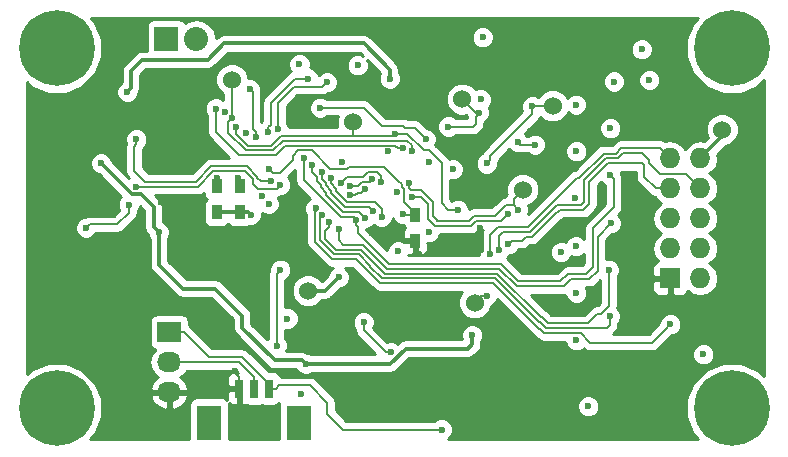
<source format=gbl>
G04 #@! TF.FileFunction,Copper,L4,Bot,Signal*
%FSLAX46Y46*%
G04 Gerber Fmt 4.6, Leading zero omitted, Abs format (unit mm)*
G04 Created by KiCad (PCBNEW 4.0.4-stable) date 03/04/17 14:03:53*
%MOMM*%
%LPD*%
G01*
G04 APERTURE LIST*
%ADD10C,0.100000*%
%ADD11R,0.900000X1.200000*%
%ADD12R,2.032000X2.032000*%
%ADD13O,2.032000X2.032000*%
%ADD14R,2.032000X1.727200*%
%ADD15O,2.032000X1.727200*%
%ADD16C,6.400000*%
%ADD17R,0.800000X1.600000*%
%ADD18R,2.100000X3.000000*%
%ADD19R,1.727200X1.727200*%
%ADD20O,1.727200X1.727200*%
%ADD21C,1.524000*%
%ADD22C,0.600000*%
%ADD23C,0.203200*%
%ADD24C,0.300000*%
%ADD25C,0.254000*%
G04 APERTURE END LIST*
D10*
D11*
X66492600Y-72415200D03*
X66492600Y-70215200D03*
X64549500Y-72415200D03*
X64549500Y-70215200D03*
X81377000Y-74815500D03*
X81377000Y-72615500D03*
D12*
X60282300Y-57713500D03*
D13*
X62822300Y-57713500D03*
D14*
X60549000Y-82542000D03*
D15*
X60549000Y-85082000D03*
X60549000Y-87622000D03*
D16*
X51000000Y-58520000D03*
X51000000Y-89000000D03*
X108150000Y-89000000D03*
X108150000Y-58520000D03*
D17*
X68974500Y-87325500D03*
X67724500Y-87325500D03*
X66474500Y-87325500D03*
D18*
X71524500Y-90225500D03*
X63924500Y-90225500D03*
D19*
X102950000Y-78000000D03*
D20*
X105490000Y-78000000D03*
X102950000Y-75460000D03*
X105490000Y-75460000D03*
X102950000Y-72920000D03*
X105490000Y-72920000D03*
X102950000Y-70380000D03*
X105490000Y-70380000D03*
X102950000Y-67840000D03*
X105490000Y-67840000D03*
D21*
X107348500Y-65397000D03*
X90457500Y-70477000D03*
X65844900Y-61167900D03*
X92997500Y-63365000D03*
X76106500Y-64762000D03*
X85339400Y-62818900D03*
X86393500Y-80065500D03*
X72296500Y-79049500D03*
D22*
X69121500Y-69778500D03*
X57755000Y-66222500D03*
X97871970Y-69270500D03*
X76337492Y-73033106D03*
X71915500Y-67776700D03*
X79218000Y-61079000D03*
X56993000Y-62222000D03*
X86186810Y-82796000D03*
X72106000Y-85225000D03*
X59660000Y-74096500D03*
X54770500Y-68254500D03*
X92045000Y-65292800D03*
X79726000Y-58929200D03*
X90902000Y-83304000D03*
X83536000Y-81335500D03*
X95156500Y-73289490D03*
X81696300Y-75938000D03*
X82139000Y-80573500D03*
X82520000Y-68127500D03*
X84811300Y-66286000D03*
X101951000Y-84891500D03*
X95029500Y-80827500D03*
X95045990Y-76700000D03*
X94917990Y-68572000D03*
X95044490Y-64698500D03*
X95029500Y-60683510D03*
X103221000Y-58539000D03*
X88898300Y-68191000D03*
X86852909Y-73730409D03*
X86901500Y-75557000D03*
X89378000Y-57577300D03*
X65375000Y-59682000D03*
X72868000Y-77208000D03*
X73757000Y-81907000D03*
X74392000Y-79767300D03*
X75154000Y-68127500D03*
X96807500Y-86947300D03*
X89006200Y-90670000D03*
X59850500Y-71556500D03*
X66137000Y-85844000D03*
X63533500Y-85971000D03*
X54326000Y-75303000D03*
X53056000Y-75493500D03*
X50960500Y-66159000D03*
X76487500Y-59968500D03*
X105761000Y-84432710D03*
X95008690Y-83240500D03*
X93696000Y-75779000D03*
X95009190Y-79240000D03*
X94966000Y-75283190D03*
X94902500Y-71175500D03*
X95010690Y-67238500D03*
X94966000Y-63283190D03*
X100554000Y-58602500D03*
X79091000Y-67238500D03*
X71565500Y-59872500D03*
X82520000Y-74096500D03*
X79916500Y-75684000D03*
X87071000Y-57586500D03*
X84552000Y-68762500D03*
X86901500Y-62848500D03*
X67470500Y-72643100D03*
X96014500Y-88828500D03*
X71725000Y-87812500D03*
X70550000Y-81399000D03*
X76995500Y-81716500D03*
X79281500Y-84256500D03*
X74900000Y-77906500D03*
X83599500Y-90797000D03*
X69947000Y-70096000D03*
X57755000Y-70223000D03*
X89251000Y-75112500D03*
X97887000Y-65285530D03*
X77122500Y-72890000D03*
X72614000Y-68381500D03*
X88483175Y-75608801D03*
X98204500Y-61333000D03*
X77757500Y-72255000D03*
X73439500Y-68955700D03*
X87727000Y-75938000D03*
X101189000Y-61206000D03*
X78519500Y-72763000D03*
X74201500Y-69491200D03*
X97935970Y-73334500D03*
X74900000Y-73842500D03*
X78481144Y-69865224D03*
X75070696Y-69935700D03*
X74063137Y-73211761D03*
X97760000Y-77271500D03*
X77727300Y-69588000D03*
X75852500Y-70148497D03*
X73495188Y-72643812D03*
X97823500Y-81208500D03*
X77122500Y-70413500D03*
X75852500Y-70951700D03*
X72923688Y-72072312D03*
X102967000Y-81893030D03*
X80297500Y-72509000D03*
X68994500Y-68762500D03*
X66391000Y-69524500D03*
X81059500Y-71112000D03*
X89251000Y-72521300D03*
X81059500Y-67238500D03*
X65815950Y-64440950D03*
X73884000Y-61396500D03*
X69756500Y-65333500D03*
X68964300Y-71683500D03*
X72296500Y-61079000D03*
X68931000Y-65587500D03*
X68359500Y-71000799D03*
X64549500Y-69524500D03*
X80844991Y-69929509D03*
X90076500Y-72191500D03*
X80297500Y-66954300D03*
X64486000Y-63619000D03*
X57120000Y-71747000D03*
X53500500Y-73715500D03*
X69947000Y-77271500D03*
X69629500Y-83685000D03*
X90074236Y-66477254D03*
X91514300Y-66672862D03*
X86774500Y-64000000D03*
X84171000Y-65143000D03*
X67009159Y-65667841D03*
X84996500Y-72191500D03*
X79662500Y-65744700D03*
X66201812Y-65145396D03*
X91283000Y-63428500D03*
X87409500Y-68272300D03*
X65248000Y-63873000D03*
X87409500Y-79494000D03*
X73312500Y-63555500D03*
X82266000Y-66222500D03*
X79853000Y-70667500D03*
X67343500Y-61968000D03*
X67880800Y-66032724D03*
D23*
X57755000Y-66222500D02*
X57755000Y-66646764D01*
X57755000Y-66646764D02*
X57564500Y-66837264D01*
X57564500Y-66837264D02*
X57564500Y-68889500D01*
X58491590Y-69816590D02*
X57564500Y-68889500D01*
X64078018Y-68513290D02*
X62774718Y-69816590D01*
X62774718Y-69816590D02*
X58491590Y-69816590D01*
X67097539Y-68513289D02*
X64078018Y-68513290D01*
X68003910Y-69461000D02*
X68003909Y-69419659D01*
X68003909Y-69419659D02*
X67097539Y-68513289D01*
X68321410Y-69778500D02*
X68003910Y-69461000D01*
X69121500Y-69778500D02*
X68321410Y-69778500D01*
X97871970Y-69270500D02*
X98171969Y-69570499D01*
X76487500Y-73607378D02*
X76337492Y-73457370D01*
X93657910Y-78262090D02*
X90241590Y-78262090D01*
X98171969Y-69570499D02*
X98171969Y-71970031D01*
X79126113Y-76788863D02*
X77081431Y-74744181D01*
X98171969Y-71970031D02*
X96401090Y-73740910D01*
X96401090Y-73740910D02*
X96401090Y-77042910D01*
X96401090Y-77042910D02*
X95816910Y-77627090D01*
X95816910Y-77627090D02*
X94292910Y-77627090D01*
X90241590Y-78262090D02*
X90203500Y-78224000D01*
X94292910Y-77627090D02*
X93657910Y-78262090D01*
X90203500Y-78224000D02*
X90089500Y-78224000D01*
X90089500Y-78224000D02*
X88654364Y-76788864D01*
X76487500Y-74160000D02*
X76487500Y-73607378D01*
X88654364Y-76788864D02*
X79126113Y-76788863D01*
X77081431Y-74744181D02*
X77071680Y-74744180D01*
X77071680Y-74744180D02*
X76487500Y-74160000D01*
X76337492Y-73457370D02*
X76337492Y-73033106D01*
X76182731Y-72775731D02*
X76337492Y-72930492D01*
X76337492Y-72930492D02*
X76337492Y-73033106D01*
X75057175Y-72775731D02*
X76182731Y-72775731D01*
X73426773Y-71145329D02*
X75057175Y-72775731D01*
X71915500Y-69634056D02*
X73426773Y-71145329D01*
X71915500Y-67776700D02*
X71915500Y-69634056D01*
D24*
X79218000Y-60317000D02*
X79218000Y-61079000D01*
X76995500Y-58094500D02*
X79218000Y-60317000D01*
X65184500Y-58094500D02*
X76995500Y-58094500D01*
X63787500Y-59491500D02*
X65184500Y-58094500D01*
X58263000Y-59491500D02*
X63787500Y-59491500D01*
X57292999Y-60461501D02*
X58263000Y-59491500D01*
X56993000Y-62222000D02*
X57292999Y-61922001D01*
X57292999Y-61922001D02*
X57292999Y-60461501D01*
X86186810Y-82796000D02*
X86186810Y-83574190D01*
X86186810Y-83574190D02*
X85822000Y-83939000D01*
X85822000Y-83939000D02*
X80551500Y-83939000D01*
X80551500Y-83939000D02*
X79265500Y-85225000D01*
X79265500Y-85225000D02*
X72106000Y-85225000D01*
X72106000Y-85225000D02*
X71806001Y-84925001D01*
X71806001Y-84925001D02*
X69472501Y-84925001D01*
X69472501Y-84925001D02*
X66708500Y-82161000D01*
X66708500Y-82161000D02*
X66708500Y-81145000D01*
X66708500Y-81145000D02*
X64422500Y-78859000D01*
X64422500Y-78859000D02*
X61692000Y-78859000D01*
X59660000Y-76827000D02*
X59660000Y-74096500D01*
X61692000Y-78859000D02*
X59660000Y-76827000D01*
X59215500Y-73652000D02*
X59660000Y-74096500D01*
X59215500Y-71937500D02*
X59215500Y-73652000D01*
X58154201Y-70876201D02*
X59215500Y-71937500D01*
X54770500Y-68254500D02*
X57392201Y-70876201D01*
X57392201Y-70876201D02*
X58154201Y-70876201D01*
D23*
X81377000Y-74815500D02*
X81377000Y-75618700D01*
X81377000Y-75618700D02*
X81696300Y-75938000D01*
X66137000Y-85984800D02*
X66137000Y-85844000D01*
X66474500Y-87325500D02*
X66474500Y-86322300D01*
X66474500Y-86322300D02*
X66137000Y-85984800D01*
D24*
X105490000Y-67840000D02*
X107348500Y-65981500D01*
X107348500Y-65981500D02*
X107348500Y-65397000D01*
X66492600Y-72415200D02*
X67242600Y-72415200D01*
X67242600Y-72415200D02*
X67470500Y-72643100D01*
X66492600Y-72415200D02*
X64549500Y-72415200D01*
D23*
X76995500Y-82394764D02*
X76995500Y-81716500D01*
X79281500Y-84256500D02*
X78857236Y-84256500D01*
X78857236Y-84256500D02*
X76995500Y-82394764D01*
D24*
X74900000Y-77906500D02*
X73757000Y-79049500D01*
X73757000Y-79049500D02*
X72296500Y-79049500D01*
D23*
X72423500Y-87050500D02*
X69852700Y-87050500D01*
X69852700Y-87050500D02*
X69577700Y-87325500D01*
X69577700Y-87325500D02*
X68974500Y-87325500D01*
X73884000Y-88511000D02*
X72423500Y-87050500D01*
X73884000Y-89463500D02*
X73884000Y-88511000D01*
X75217500Y-90797000D02*
X73884000Y-89463500D01*
X83599500Y-90797000D02*
X75217500Y-90797000D01*
X66652541Y-84675591D02*
X66724591Y-84675591D01*
X68974500Y-86925500D02*
X68974500Y-87325500D01*
X66724591Y-84675591D02*
X68974500Y-86925500D01*
X63863700Y-84637500D02*
X66614450Y-84637500D01*
X66614450Y-84637500D02*
X66652541Y-84675591D01*
X60549000Y-82542000D02*
X61768200Y-82542000D01*
X61768200Y-82542000D02*
X63863700Y-84637500D01*
X67724500Y-87325500D02*
X67724500Y-86322300D01*
X67724500Y-86322300D02*
X66484200Y-85082000D01*
X66484200Y-85082000D02*
X60549000Y-85082000D01*
X69947000Y-70096000D02*
X69647001Y-70395999D01*
X69647001Y-70395999D02*
X68024499Y-70395999D01*
X68024499Y-70395999D02*
X67597500Y-69969000D01*
X67597500Y-69969000D02*
X67597500Y-69588000D01*
X67597500Y-69588000D02*
X66929199Y-68919699D01*
X66929199Y-68919699D02*
X64246359Y-68919699D01*
X62200000Y-70223000D02*
X57755000Y-70223000D01*
X64246359Y-68919699D02*
X62943058Y-70223000D01*
X62943058Y-70223000D02*
X62200000Y-70223000D01*
X89251000Y-75112500D02*
X89550999Y-74812501D01*
X89550999Y-74812501D02*
X90376499Y-74812501D01*
X90376499Y-74812501D02*
X90724182Y-74464818D01*
X95609040Y-72186710D02*
X96070910Y-71724840D01*
X90724182Y-74464818D02*
X91238682Y-74464818D01*
X97652181Y-68241819D02*
X100601569Y-68241819D01*
X91238682Y-74464818D02*
X93359590Y-72343910D01*
X100774501Y-68414751D02*
X100774501Y-69425815D01*
X93359590Y-72343910D02*
X93480090Y-72343910D01*
X93480090Y-72343910D02*
X93637289Y-72186711D01*
X101728686Y-70380000D02*
X102950000Y-70380000D01*
X93637289Y-72186711D02*
X95609040Y-72186710D01*
X96070910Y-71724840D02*
X96070910Y-69823090D01*
X100774501Y-69425815D02*
X101728686Y-70380000D01*
X96070910Y-69823090D02*
X97652181Y-68241819D01*
X100601569Y-68241819D02*
X100774501Y-68414751D01*
X72614000Y-68381500D02*
X72614000Y-69016500D01*
X72614000Y-69016500D02*
X73033090Y-69435590D01*
X73033090Y-69435590D02*
X73033090Y-69756340D01*
X73033090Y-69756340D02*
X73388680Y-70111930D01*
X73388680Y-70111930D02*
X73388680Y-70298290D01*
X73388680Y-70298290D02*
X73833182Y-70742792D01*
X73833182Y-70742792D02*
X73833182Y-70976988D01*
X73833182Y-70976988D02*
X75225515Y-72369321D01*
X75225515Y-72369321D02*
X76601821Y-72369321D01*
X76601821Y-72369321D02*
X77122500Y-72890000D01*
X105490000Y-70380000D02*
X104253500Y-69143500D01*
X104253500Y-69143500D02*
X102078000Y-69143500D01*
X91070341Y-74058409D02*
X88806500Y-74058410D01*
X102078000Y-69143500D02*
X101180910Y-68246410D01*
X101180910Y-68246410D02*
X101180910Y-67992410D01*
X101180910Y-67992410D02*
X100571311Y-67382811D01*
X100571311Y-67382811D02*
X98952439Y-67382811D01*
X95664500Y-69654750D02*
X95664500Y-71556500D01*
X98952439Y-67382811D02*
X98499841Y-67835409D01*
X98499841Y-67835409D02*
X97483841Y-67835409D01*
X97483841Y-67835409D02*
X95664500Y-69654750D01*
X95664500Y-71556500D02*
X95440699Y-71780301D01*
X95440699Y-71780301D02*
X93348449Y-71780301D01*
X88806500Y-74058410D02*
X88483175Y-74381735D01*
X93348449Y-71780301D02*
X91070341Y-74058409D01*
X88483175Y-74381735D02*
X88483175Y-75608801D01*
X73439500Y-68955700D02*
X73439500Y-69588000D01*
X73439500Y-69588000D02*
X73795090Y-69943590D01*
X73795090Y-69943590D02*
X73795090Y-70129950D01*
X74239591Y-70808647D02*
X75393855Y-71962911D01*
X75393855Y-71962911D02*
X77465411Y-71962911D01*
X73795090Y-70129950D02*
X74239590Y-70574450D01*
X74239590Y-70574450D02*
X74239591Y-70808647D01*
X77465411Y-71962911D02*
X77757500Y-72255000D01*
X102950000Y-67840000D02*
X102086401Y-66976401D01*
X88362000Y-73652000D02*
X87727000Y-74287000D01*
X102086401Y-66976401D02*
X98784099Y-66976401D01*
X97315500Y-67429000D02*
X95220000Y-69524500D01*
X98784099Y-66976401D02*
X98331500Y-67429000D01*
X98331500Y-67429000D02*
X97315500Y-67429000D01*
X95029500Y-69524500D02*
X90902000Y-73652000D01*
X95220000Y-69524500D02*
X95029500Y-69524500D01*
X90902000Y-73652000D02*
X88362000Y-73652000D01*
X87727000Y-74287000D02*
X87727000Y-75938000D01*
X74201500Y-69491200D02*
X74201500Y-69961610D01*
X74201500Y-69961610D02*
X74646000Y-70406110D01*
X74646000Y-70406110D02*
X74646000Y-70640306D01*
X74646000Y-70640306D02*
X75562195Y-71556501D01*
X77954107Y-71556501D02*
X78519500Y-72121894D01*
X75562195Y-71556501D02*
X77954107Y-71556501D01*
X78519500Y-72121894D02*
X78519500Y-72763000D01*
X74900000Y-73842500D02*
X74900000Y-74769590D01*
X74900000Y-74769590D02*
X75281000Y-75150590D01*
X89959250Y-78668500D02*
X93950000Y-78668500D01*
X75281000Y-75150590D02*
X76913090Y-75150590D01*
X76913090Y-75150590D02*
X78957772Y-77195272D01*
X78957772Y-77195272D02*
X88486023Y-77195273D01*
X93950000Y-78668500D02*
X94585000Y-78033500D01*
X88486023Y-77195273D02*
X89959250Y-78668500D01*
X94585000Y-78033500D02*
X96109000Y-78033500D01*
X96109000Y-78033500D02*
X96807500Y-77335000D01*
X96807500Y-77335000D02*
X96807500Y-74462970D01*
X96807500Y-74462970D02*
X97935970Y-73334500D01*
X78168699Y-68983199D02*
X78481144Y-69295644D01*
X78481144Y-69295644D02*
X78481144Y-69865224D01*
X76932000Y-69397500D02*
X77346301Y-68983199D01*
X77346301Y-68983199D02*
X78168699Y-68983199D01*
X75608896Y-69397500D02*
X76932000Y-69397500D01*
X75070696Y-69935700D02*
X75608896Y-69397500D01*
X92597590Y-81818090D02*
X95982000Y-81818090D01*
X97118894Y-81018000D02*
X96782090Y-81018000D01*
X96782090Y-81018000D02*
X95982000Y-81818090D01*
X97760000Y-77271500D02*
X97760000Y-80376894D01*
X97760000Y-80376894D02*
X97118894Y-81018000D01*
X92089590Y-81310090D02*
X92597590Y-81818090D01*
X91988000Y-81272000D02*
X92026090Y-81310090D01*
X92026090Y-81310090D02*
X92089590Y-81310090D01*
X88317682Y-77601682D02*
X91988000Y-81272000D01*
X78789431Y-77601681D02*
X88317682Y-77601682D01*
X76757431Y-75569681D02*
X78789431Y-77601681D01*
X74652500Y-75557000D02*
X76614500Y-75557000D01*
X76614500Y-75557000D02*
X76627180Y-75569680D01*
X76627180Y-75569680D02*
X76757431Y-75569681D01*
X73718910Y-74623410D02*
X74652500Y-75557000D01*
X73718910Y-73980252D02*
X73718910Y-74623410D01*
X74063137Y-73211761D02*
X74063137Y-73636025D01*
X74063137Y-73636025D02*
X73718910Y-73980252D01*
X77536801Y-69808699D02*
X77727300Y-69618200D01*
X77727300Y-69618200D02*
X77727300Y-69588000D01*
X76832195Y-69808699D02*
X77536801Y-69808699D01*
X75852500Y-70148497D02*
X76492397Y-70148497D01*
X76492397Y-70148497D02*
X76832195Y-69808699D01*
X97569500Y-82224500D02*
X97823500Y-81970500D01*
X97823500Y-81970500D02*
X97823500Y-81208500D01*
X92429250Y-82224500D02*
X97569500Y-82224500D01*
X91857750Y-81716500D02*
X91921250Y-81716500D01*
X91921250Y-81716500D02*
X92429250Y-82224500D01*
X73495188Y-72643812D02*
X73312500Y-72826500D01*
X73312500Y-72826500D02*
X73312500Y-74791750D01*
X76589090Y-75976090D02*
X77567000Y-76954000D01*
X77567000Y-76954000D02*
X77567000Y-77014250D01*
X73312500Y-74791750D02*
X74496840Y-75976090D01*
X78560840Y-78008090D02*
X88149341Y-78008091D01*
X74496840Y-75976090D02*
X76589090Y-75976090D01*
X77567000Y-77014250D02*
X78560840Y-78008090D01*
X88149341Y-78008091D02*
X91857750Y-81716500D01*
X76805000Y-70731000D02*
X77122500Y-70413500D01*
X76497464Y-70731000D02*
X76805000Y-70731000D01*
X75852500Y-70951700D02*
X76276764Y-70951700D01*
X76276764Y-70951700D02*
X76497464Y-70731000D01*
X72923688Y-72072312D02*
X72923688Y-72320206D01*
X72890387Y-74944387D02*
X74328500Y-76382500D01*
X72923688Y-72320206D02*
X72890387Y-72353507D01*
X74328500Y-76382500D02*
X76360500Y-76382500D01*
X76360500Y-76382500D02*
X78392500Y-78414500D01*
X72890387Y-72353507D02*
X72890387Y-74944387D01*
X87981000Y-78414500D02*
X91854500Y-82288000D01*
X78392500Y-78414500D02*
X87981000Y-78414500D01*
X91854500Y-82288000D02*
X91918000Y-82288000D01*
X91918000Y-82288000D02*
X92265699Y-82635699D01*
X96172500Y-83431000D02*
X101429030Y-83431000D01*
X92265699Y-82635699D02*
X95377199Y-82635699D01*
X95377199Y-82635699D02*
X96172500Y-83431000D01*
X101429030Y-83431000D02*
X102572030Y-82288000D01*
X102572030Y-82288000D02*
X102967000Y-81893030D01*
X80240190Y-70038690D02*
X80240190Y-70229190D01*
X80424500Y-70413500D02*
X80424500Y-71112000D01*
X80424500Y-71112000D02*
X80454699Y-71142199D01*
X80454699Y-71142199D02*
X80454699Y-71543199D01*
X80454699Y-71543199D02*
X81377000Y-72465500D01*
X81377000Y-72465500D02*
X81377000Y-72615500D01*
X80240190Y-70229190D02*
X80424500Y-70413500D01*
X79886301Y-69742195D02*
X79943695Y-69742195D01*
X79943695Y-69742195D02*
X80240190Y-70038690D01*
X68994500Y-68762500D02*
X69294499Y-69062499D01*
X71026500Y-67619500D02*
X71474101Y-67171899D01*
X69294499Y-69062499D02*
X69901001Y-69062499D01*
X69901001Y-69062499D02*
X71026500Y-67937000D01*
X71474101Y-67171899D02*
X72610899Y-67171899D01*
X71026500Y-67937000D02*
X71026500Y-67619500D01*
X72610899Y-67171899D02*
X74171301Y-68732301D01*
X74171301Y-68732301D02*
X75565199Y-68732301D01*
X75565199Y-68732301D02*
X75720711Y-68576789D01*
X78720895Y-68576789D02*
X79886301Y-69742195D01*
X75720711Y-68576789D02*
X78720895Y-68576789D01*
X81377000Y-72615500D02*
X80404000Y-72615500D01*
X80404000Y-72615500D02*
X80297500Y-72509000D01*
X80297500Y-72445500D02*
X80297500Y-72509000D01*
X65852801Y-62890301D02*
X65844900Y-62882400D01*
X65844900Y-62882400D02*
X65844900Y-61167900D01*
X65815950Y-64440950D02*
X65815950Y-64200156D01*
X65852801Y-64163305D02*
X65852801Y-62890301D01*
X65815950Y-64200156D02*
X65852801Y-64163305D01*
X66492600Y-69626100D02*
X66391000Y-69524500D01*
X66492600Y-70215200D02*
X66492600Y-69626100D01*
X81885000Y-71112000D02*
X81059500Y-71112000D01*
X82456500Y-71683500D02*
X81885000Y-71112000D01*
X82456500Y-72953500D02*
X82456500Y-71683500D01*
X83028000Y-73525000D02*
X82456500Y-72953500D01*
X86076000Y-73525000D02*
X83028000Y-73525000D01*
X86475392Y-73125608D02*
X86076000Y-73525000D01*
X89251000Y-72521300D02*
X88646692Y-73125608D01*
X88646692Y-73125608D02*
X86475392Y-73125608D01*
X81059500Y-67238500D02*
X81059500Y-66730500D01*
X81059500Y-66730500D02*
X80678500Y-66349500D01*
X80678500Y-66349500D02*
X70137500Y-66349500D01*
X70137500Y-66349500D02*
X69315101Y-67171899D01*
X69315101Y-67171899D02*
X67022899Y-67171899D01*
X67022899Y-67171899D02*
X65515951Y-65664951D01*
X65515951Y-65664951D02*
X65515951Y-64740949D01*
X65515951Y-64740949D02*
X65815950Y-64440950D01*
X73503000Y-61777500D02*
X73884000Y-61396500D01*
X71093250Y-61777500D02*
X73503000Y-61777500D01*
X69756500Y-63114250D02*
X71093250Y-61777500D01*
X69756500Y-65333500D02*
X69756500Y-63114250D01*
X71217000Y-61079000D02*
X72296500Y-61079000D01*
X69121500Y-63174500D02*
X71217000Y-61079000D01*
X69121500Y-64972736D02*
X69121500Y-63174500D01*
X68931000Y-65587500D02*
X68931000Y-65163236D01*
X68931000Y-65163236D02*
X69121500Y-64972736D01*
X89695500Y-71810500D02*
X89066694Y-71810500D01*
X89066694Y-71810500D02*
X88495194Y-72382000D01*
X86307052Y-72719198D02*
X85907660Y-73118590D01*
X82862909Y-71515159D02*
X81824750Y-70477000D01*
X88495194Y-72382000D02*
X88425500Y-72382000D01*
X88425500Y-72382000D02*
X88088302Y-72719198D01*
X88088302Y-72719198D02*
X86307052Y-72719198D01*
X83196340Y-73118590D02*
X83196340Y-73058340D01*
X80968218Y-70477000D02*
X80844991Y-70353773D01*
X85907660Y-73118590D02*
X83196340Y-73118590D01*
X83196340Y-73058340D02*
X82862910Y-72724910D01*
X82862910Y-72724910D02*
X82862909Y-71515159D01*
X81824750Y-70477000D02*
X80968218Y-70477000D01*
X80844991Y-70353773D02*
X80844991Y-69929509D01*
X89695500Y-71810500D02*
X89695501Y-71238999D01*
X89695501Y-71238999D02*
X90457500Y-70477000D01*
X64549500Y-70215200D02*
X64549500Y-69524500D01*
X77440000Y-66755910D02*
X70366090Y-66755910D01*
X70366090Y-66755910D02*
X69543691Y-67578309D01*
X69543691Y-67578309D02*
X66476809Y-67578309D01*
X66476809Y-67578309D02*
X64486000Y-65587500D01*
X64486000Y-65587500D02*
X64486000Y-64043264D01*
X64486000Y-64043264D02*
X64486000Y-63619000D01*
X90076500Y-72191500D02*
X89695500Y-71810500D01*
X77440000Y-66755910D02*
X77630500Y-66755910D01*
X79674846Y-66755910D02*
X77440000Y-66755910D01*
X80297500Y-66954300D02*
X79873236Y-66954300D01*
X79873236Y-66954300D02*
X79674846Y-66755910D01*
X57120000Y-72445500D02*
X57120000Y-71747000D01*
X56149999Y-73415501D02*
X57120000Y-72445500D01*
X53500500Y-73715500D02*
X53800499Y-73415501D01*
X53800499Y-73415501D02*
X56149999Y-73415501D01*
X69629500Y-77589000D02*
X69947000Y-77271500D01*
X69629500Y-83685000D02*
X69629500Y-77589000D01*
X86774500Y-64000000D02*
X86520500Y-64000000D01*
X86520500Y-64000000D02*
X85339400Y-62818900D01*
X90272862Y-66672862D02*
X90077254Y-66477254D01*
X90077254Y-66477254D02*
X90074236Y-66477254D01*
X91514300Y-66672862D02*
X90272862Y-66672862D01*
X84171000Y-65143000D02*
X86266500Y-65143000D01*
X86266500Y-65143000D02*
X86474501Y-64934999D01*
X86474501Y-64934999D02*
X86474501Y-64299999D01*
X86474501Y-64299999D02*
X86774500Y-64000000D01*
X69969159Y-65943091D02*
X76424000Y-65943091D01*
X76424000Y-65943091D02*
X79497409Y-65943091D01*
X76106500Y-64762000D02*
X76106500Y-65839630D01*
X76106500Y-65839630D02*
X76209961Y-65943091D01*
X76209961Y-65943091D02*
X76424000Y-65943091D01*
X84171000Y-72191500D02*
X84996500Y-72191500D01*
X83599500Y-68254500D02*
X83599500Y-71620000D01*
X83599500Y-71620000D02*
X84171000Y-72191500D01*
X82516750Y-67171750D02*
X83599500Y-68254500D01*
X82075500Y-67171750D02*
X82516750Y-67171750D01*
X79662500Y-65744700D02*
X80648450Y-65744700D01*
X80648450Y-65744700D02*
X82075500Y-67171750D01*
X79497409Y-65943091D02*
X79662500Y-65744700D01*
X79662500Y-65778000D02*
X79662500Y-65744700D01*
X69146761Y-66765489D02*
X69969159Y-65943091D01*
X67191239Y-66765489D02*
X69146761Y-66765489D01*
X66201812Y-65776062D02*
X67191239Y-66765489D01*
X66201812Y-65145396D02*
X66201812Y-65776062D01*
X92997500Y-63365000D02*
X91346500Y-63365000D01*
X91346500Y-63365000D02*
X91283000Y-63428500D01*
X91283000Y-64063500D02*
X91283000Y-63428500D01*
X87709499Y-67637001D02*
X91283000Y-64063500D01*
X87409500Y-68272300D02*
X87709499Y-67972301D01*
X87709499Y-67972301D02*
X87709499Y-67637001D01*
X65248000Y-63873000D02*
X65109541Y-64011459D01*
X87409500Y-79494000D02*
X86965000Y-79494000D01*
X86965000Y-79494000D02*
X86393500Y-80065500D01*
X76995500Y-63555500D02*
X73312500Y-63555500D01*
X78579899Y-65139899D02*
X76995500Y-63555500D01*
X80488000Y-65270000D02*
X80357899Y-65139899D01*
X80357899Y-65139899D02*
X78579899Y-65139899D01*
X81313500Y-65270000D02*
X80488000Y-65270000D01*
X82266000Y-66222500D02*
X81313500Y-65270000D01*
X67597500Y-62222000D02*
X67343500Y-61968000D01*
X67597500Y-65325160D02*
X67597500Y-62222000D01*
X67880800Y-66032724D02*
X67880800Y-65608460D01*
X67880800Y-65608460D02*
X67597500Y-65325160D01*
D25*
G36*
X104900741Y-56344811D02*
X104315667Y-57753825D01*
X104314336Y-59279482D01*
X104896950Y-60689515D01*
X105974811Y-61769259D01*
X107383825Y-62354333D01*
X108909482Y-62355664D01*
X110319515Y-61773050D01*
X110868000Y-61225522D01*
X110868000Y-86294500D01*
X110325189Y-85750741D01*
X108916175Y-85165667D01*
X107390518Y-85164336D01*
X105980485Y-85746950D01*
X104900741Y-86824811D01*
X104315667Y-88233825D01*
X104314336Y-89759482D01*
X104896950Y-91169515D01*
X105312709Y-91586000D01*
X84132567Y-91586000D01*
X84391692Y-91327327D01*
X84534338Y-90983799D01*
X84534662Y-90611833D01*
X84392617Y-90268057D01*
X84129827Y-90004808D01*
X83786299Y-89862162D01*
X83414333Y-89861838D01*
X83070557Y-90003883D01*
X83013941Y-90060400D01*
X75522610Y-90060400D01*
X74620600Y-89158390D01*
X74620600Y-89013667D01*
X95079338Y-89013667D01*
X95221383Y-89357443D01*
X95484173Y-89620692D01*
X95827701Y-89763338D01*
X96199667Y-89763662D01*
X96543443Y-89621617D01*
X96806692Y-89358827D01*
X96949338Y-89015299D01*
X96949662Y-88643333D01*
X96807617Y-88299557D01*
X96544827Y-88036308D01*
X96201299Y-87893662D01*
X95829333Y-87893338D01*
X95485557Y-88035383D01*
X95222308Y-88298173D01*
X95079662Y-88641701D01*
X95079338Y-89013667D01*
X74620600Y-89013667D01*
X74620600Y-88511000D01*
X74564530Y-88229115D01*
X74404855Y-87990145D01*
X72944355Y-86529645D01*
X72705385Y-86369970D01*
X72423500Y-86313900D01*
X69982125Y-86313900D01*
X69977662Y-86290183D01*
X69838590Y-86074059D01*
X69626390Y-85929069D01*
X69374500Y-85878060D01*
X68968770Y-85878060D01*
X67245446Y-84154736D01*
X67006476Y-83995061D01*
X66930820Y-83980012D01*
X66896335Y-83956970D01*
X66614450Y-83900900D01*
X64168810Y-83900900D01*
X62289055Y-82021145D01*
X62212440Y-81969952D01*
X62212440Y-81678400D01*
X62168162Y-81443083D01*
X62029090Y-81226959D01*
X61816890Y-81081969D01*
X61565000Y-81030960D01*
X59533000Y-81030960D01*
X59297683Y-81075238D01*
X59081559Y-81214310D01*
X58936569Y-81426510D01*
X58885560Y-81678400D01*
X58885560Y-83405600D01*
X58929838Y-83640917D01*
X59068910Y-83857041D01*
X59281110Y-84002031D01*
X59322439Y-84010400D01*
X59304585Y-84022330D01*
X58979729Y-84508511D01*
X58865655Y-85082000D01*
X58979729Y-85655489D01*
X59304585Y-86141670D01*
X59614069Y-86348461D01*
X59198268Y-86719964D01*
X58944291Y-87247209D01*
X58941642Y-87262974D01*
X59062783Y-87495000D01*
X60422000Y-87495000D01*
X60422000Y-87475000D01*
X60676000Y-87475000D01*
X60676000Y-87495000D01*
X62035217Y-87495000D01*
X62156358Y-87262974D01*
X62153709Y-87247209D01*
X61899732Y-86719964D01*
X61483931Y-86348461D01*
X61793415Y-86141670D01*
X62009284Y-85818600D01*
X66179090Y-85818600D01*
X66347498Y-85987008D01*
X66347498Y-86049248D01*
X66188750Y-85890500D01*
X65948191Y-85890500D01*
X65714802Y-85987173D01*
X65536173Y-86165801D01*
X65439500Y-86399190D01*
X65439500Y-87039750D01*
X65598250Y-87198500D01*
X66347500Y-87198500D01*
X66347500Y-87178500D01*
X66601500Y-87178500D01*
X66601500Y-87198500D01*
X66621500Y-87198500D01*
X66621500Y-87452500D01*
X66601500Y-87452500D01*
X66601500Y-88601750D01*
X66760250Y-88760500D01*
X67000809Y-88760500D01*
X67086924Y-88724830D01*
X67324500Y-88772940D01*
X68124500Y-88772940D01*
X68357760Y-88729049D01*
X68574500Y-88772940D01*
X69374500Y-88772940D01*
X69609817Y-88728662D01*
X69825941Y-88589590D01*
X69866647Y-88530015D01*
X69827060Y-88725500D01*
X69827060Y-91586000D01*
X65621940Y-91586000D01*
X65621940Y-88725500D01*
X65586123Y-88535149D01*
X65714802Y-88663827D01*
X65948191Y-88760500D01*
X66188750Y-88760500D01*
X66347500Y-88601750D01*
X66347500Y-87452500D01*
X65598250Y-87452500D01*
X65439500Y-87611250D01*
X65439500Y-88251810D01*
X65467010Y-88318225D01*
X65438590Y-88274059D01*
X65226390Y-88129069D01*
X64974500Y-88078060D01*
X62874500Y-88078060D01*
X62639183Y-88122338D01*
X62423059Y-88261410D01*
X62278069Y-88473610D01*
X62227060Y-88725500D01*
X62227060Y-91586000D01*
X53837730Y-91586000D01*
X54249259Y-91175189D01*
X54834333Y-89766175D01*
X54835664Y-88240518D01*
X54728445Y-87981026D01*
X58941642Y-87981026D01*
X58944291Y-87996791D01*
X59198268Y-88524036D01*
X59634680Y-88913954D01*
X60187087Y-89107184D01*
X60422000Y-88962924D01*
X60422000Y-87749000D01*
X60676000Y-87749000D01*
X60676000Y-88962924D01*
X60910913Y-89107184D01*
X61463320Y-88913954D01*
X61899732Y-88524036D01*
X62153709Y-87996791D01*
X62156358Y-87981026D01*
X62035217Y-87749000D01*
X60676000Y-87749000D01*
X60422000Y-87749000D01*
X59062783Y-87749000D01*
X58941642Y-87981026D01*
X54728445Y-87981026D01*
X54253050Y-86830485D01*
X53175189Y-85750741D01*
X51766175Y-85165667D01*
X50240518Y-85164336D01*
X48830485Y-85746950D01*
X48457000Y-86119784D01*
X48457000Y-73900667D01*
X52565338Y-73900667D01*
X52707383Y-74244443D01*
X52970173Y-74507692D01*
X53313701Y-74650338D01*
X53685667Y-74650662D01*
X54029443Y-74508617D01*
X54292692Y-74245827D01*
X54331611Y-74152101D01*
X56149999Y-74152101D01*
X56431884Y-74096031D01*
X56670854Y-73936356D01*
X57640855Y-72966355D01*
X57664818Y-72930492D01*
X57800530Y-72727385D01*
X57817154Y-72643812D01*
X57856601Y-72445500D01*
X57856600Y-72445495D01*
X57856600Y-72332822D01*
X57912192Y-72277327D01*
X58054838Y-71933799D01*
X58054879Y-71887037D01*
X58430500Y-72262658D01*
X58430500Y-73652000D01*
X58490255Y-73952407D01*
X58660421Y-74207079D01*
X58724847Y-74271505D01*
X58724838Y-74281667D01*
X58866883Y-74625443D01*
X58875000Y-74633574D01*
X58875000Y-76827000D01*
X58934755Y-77127407D01*
X59104921Y-77382079D01*
X61136921Y-79414079D01*
X61391593Y-79584245D01*
X61692000Y-79644000D01*
X64097342Y-79644000D01*
X65923500Y-81470158D01*
X65923500Y-82161000D01*
X65983255Y-82461407D01*
X66153421Y-82716079D01*
X68917422Y-85480080D01*
X69172095Y-85650246D01*
X69472501Y-85710001D01*
X71294727Y-85710001D01*
X71312883Y-85753943D01*
X71575673Y-86017192D01*
X71919201Y-86159838D01*
X72291167Y-86160162D01*
X72634943Y-86018117D01*
X72643074Y-86010000D01*
X79265500Y-86010000D01*
X79565907Y-85950245D01*
X79820579Y-85780079D01*
X80876658Y-84724000D01*
X85822000Y-84724000D01*
X86122407Y-84664245D01*
X86191801Y-84617877D01*
X104825838Y-84617877D01*
X104967883Y-84961653D01*
X105230673Y-85224902D01*
X105574201Y-85367548D01*
X105946167Y-85367872D01*
X106289943Y-85225827D01*
X106553192Y-84963037D01*
X106695838Y-84619509D01*
X106696162Y-84247543D01*
X106554117Y-83903767D01*
X106291327Y-83640518D01*
X105947799Y-83497872D01*
X105575833Y-83497548D01*
X105232057Y-83639593D01*
X104968808Y-83902383D01*
X104826162Y-84245911D01*
X104825838Y-84617877D01*
X86191801Y-84617877D01*
X86377079Y-84494079D01*
X86741889Y-84129269D01*
X86912055Y-83874597D01*
X86971810Y-83574190D01*
X86971810Y-83333506D01*
X86979002Y-83326327D01*
X87121648Y-82982799D01*
X87121972Y-82610833D01*
X86979927Y-82267057D01*
X86717137Y-82003808D01*
X86373609Y-81861162D01*
X86001643Y-81860838D01*
X85657867Y-82002883D01*
X85394618Y-82265673D01*
X85251972Y-82609201D01*
X85251648Y-82981167D01*
X85323061Y-83154000D01*
X80551505Y-83154000D01*
X80551500Y-83153999D01*
X80251094Y-83213755D01*
X79996421Y-83383921D01*
X79863885Y-83516457D01*
X79811827Y-83464308D01*
X79468299Y-83321662D01*
X79096333Y-83321338D01*
X79002539Y-83360093D01*
X77817496Y-82175050D01*
X77930338Y-81903299D01*
X77930662Y-81531333D01*
X77788617Y-81187557D01*
X77525827Y-80924308D01*
X77182299Y-80781662D01*
X76810333Y-80781338D01*
X76466557Y-80923383D01*
X76203308Y-81186173D01*
X76060662Y-81529701D01*
X76060338Y-81901667D01*
X76202383Y-82245443D01*
X76258900Y-82302059D01*
X76258900Y-82394764D01*
X76314970Y-82676649D01*
X76474645Y-82915619D01*
X77999026Y-84440000D01*
X72643506Y-84440000D01*
X72636327Y-84432808D01*
X72292799Y-84290162D01*
X72241644Y-84290117D01*
X72106408Y-84199756D01*
X71806001Y-84140001D01*
X70452970Y-84140001D01*
X70564338Y-83871799D01*
X70564662Y-83499833D01*
X70422617Y-83156057D01*
X70366100Y-83099441D01*
X70366100Y-82333841D01*
X70735167Y-82334162D01*
X71078943Y-82192117D01*
X71342192Y-81929327D01*
X71484838Y-81585799D01*
X71485162Y-81213833D01*
X71343117Y-80870057D01*
X71080327Y-80606808D01*
X70736799Y-80464162D01*
X70366100Y-80463839D01*
X70366100Y-78110003D01*
X70475943Y-78064617D01*
X70739192Y-77801827D01*
X70881838Y-77458299D01*
X70882162Y-77086333D01*
X70740117Y-76742557D01*
X70477327Y-76479308D01*
X70133799Y-76336662D01*
X69761833Y-76336338D01*
X69418057Y-76478383D01*
X69154808Y-76741173D01*
X69012162Y-77084701D01*
X69012050Y-77212709D01*
X68948970Y-77307115D01*
X68892900Y-77589000D01*
X68892900Y-83099178D01*
X68837308Y-83154673D01*
X68829980Y-83172322D01*
X67493500Y-81835842D01*
X67493500Y-81145000D01*
X67433745Y-80844594D01*
X67433745Y-80844593D01*
X67263579Y-80589921D01*
X64977579Y-78303921D01*
X64722907Y-78133755D01*
X64422500Y-78074000D01*
X62017158Y-78074000D01*
X60445000Y-76501842D01*
X60445000Y-74634006D01*
X60452192Y-74626827D01*
X60594838Y-74283299D01*
X60595162Y-73911333D01*
X60453117Y-73567557D01*
X60190327Y-73304308D01*
X60000500Y-73225485D01*
X60000500Y-71937500D01*
X59940745Y-71637094D01*
X59770579Y-71382421D01*
X59347758Y-70959600D01*
X62943058Y-70959600D01*
X63224943Y-70903530D01*
X63452060Y-70751775D01*
X63452060Y-70815200D01*
X63496338Y-71050517D01*
X63635410Y-71266641D01*
X63705211Y-71314334D01*
X63648059Y-71351110D01*
X63503069Y-71563310D01*
X63452060Y-71815200D01*
X63452060Y-73015200D01*
X63496338Y-73250517D01*
X63635410Y-73466641D01*
X63847610Y-73611631D01*
X64099500Y-73662640D01*
X64999500Y-73662640D01*
X65234817Y-73618362D01*
X65450941Y-73479290D01*
X65520830Y-73377004D01*
X65578510Y-73466641D01*
X65790710Y-73611631D01*
X66042600Y-73662640D01*
X66942600Y-73662640D01*
X67177917Y-73618362D01*
X67257588Y-73567095D01*
X67283701Y-73577938D01*
X67655667Y-73578262D01*
X67999443Y-73436217D01*
X68262692Y-73173427D01*
X68405338Y-72829899D01*
X68405662Y-72457933D01*
X68398188Y-72439844D01*
X68433973Y-72475692D01*
X68777501Y-72618338D01*
X69149467Y-72618662D01*
X69493243Y-72476617D01*
X69756492Y-72213827D01*
X69899138Y-71870299D01*
X69899462Y-71498333D01*
X69757417Y-71154557D01*
X69720836Y-71117912D01*
X69928886Y-71076529D01*
X69996959Y-71031044D01*
X70132167Y-71031162D01*
X70475943Y-70889117D01*
X70739192Y-70626327D01*
X70881838Y-70282799D01*
X70882162Y-69910833D01*
X70740117Y-69567057D01*
X70589267Y-69415943D01*
X71178900Y-68826310D01*
X71178900Y-69634056D01*
X71234970Y-69915941D01*
X71394645Y-70154911D01*
X72482620Y-71242886D01*
X72394745Y-71279195D01*
X72131496Y-71541985D01*
X71988850Y-71885513D01*
X71988526Y-72257479D01*
X72130571Y-72601255D01*
X72153787Y-72624512D01*
X72153787Y-74944387D01*
X72209857Y-75226272D01*
X72369532Y-75465242D01*
X73807645Y-76903355D01*
X74046615Y-77063030D01*
X74328500Y-77119100D01*
X74365330Y-77119100D01*
X74107808Y-77376173D01*
X73965162Y-77719701D01*
X73965152Y-77731190D01*
X73459347Y-78236995D01*
X73088870Y-77865871D01*
X72575600Y-77652743D01*
X72019839Y-77652258D01*
X71506197Y-77864490D01*
X71112871Y-78257130D01*
X70899743Y-78770400D01*
X70899258Y-79326161D01*
X71111490Y-79839803D01*
X71504130Y-80233129D01*
X72017400Y-80446257D01*
X72573161Y-80446742D01*
X73086803Y-80234510D01*
X73480129Y-79841870D01*
X73483189Y-79834500D01*
X73757000Y-79834500D01*
X74057407Y-79774745D01*
X74312079Y-79604579D01*
X75075005Y-78841653D01*
X75085167Y-78841662D01*
X75428943Y-78699617D01*
X75692192Y-78436827D01*
X75834838Y-78093299D01*
X75835162Y-77721333D01*
X75693117Y-77377557D01*
X75435111Y-77119100D01*
X76055390Y-77119100D01*
X77871645Y-78935355D01*
X78110615Y-79095030D01*
X78392500Y-79151100D01*
X85332114Y-79151100D01*
X85209871Y-79273130D01*
X84996743Y-79786400D01*
X84996258Y-80342161D01*
X85208490Y-80855803D01*
X85601130Y-81249129D01*
X86114400Y-81462257D01*
X86670161Y-81462742D01*
X87183803Y-81250510D01*
X87577129Y-80857870D01*
X87788379Y-80349122D01*
X87938443Y-80287117D01*
X88201692Y-80024327D01*
X88303628Y-79778838D01*
X91333645Y-82808855D01*
X91525014Y-82936724D01*
X91744844Y-83156554D01*
X91983814Y-83316229D01*
X92265699Y-83372299D01*
X94073574Y-83372299D01*
X94073528Y-83425667D01*
X94215573Y-83769443D01*
X94478363Y-84032692D01*
X94821891Y-84175338D01*
X95193857Y-84175662D01*
X95537633Y-84033617D01*
X95635605Y-83935815D01*
X95651645Y-83951855D01*
X95890615Y-84111530D01*
X96172500Y-84167600D01*
X101429030Y-84167600D01*
X101710915Y-84111530D01*
X101949885Y-83951855D01*
X103073616Y-82828124D01*
X103152167Y-82828192D01*
X103495943Y-82686147D01*
X103759192Y-82423357D01*
X103901838Y-82079829D01*
X103902162Y-81707863D01*
X103760117Y-81364087D01*
X103497327Y-81100838D01*
X103153799Y-80958192D01*
X102781833Y-80957868D01*
X102438057Y-81099913D01*
X102174808Y-81362703D01*
X102032162Y-81706231D01*
X102032092Y-81786228D01*
X101123920Y-82694400D01*
X98141310Y-82694400D01*
X98344355Y-82491355D01*
X98504030Y-82252385D01*
X98560100Y-81970500D01*
X98560100Y-81794322D01*
X98615692Y-81738827D01*
X98758338Y-81395299D01*
X98758662Y-81023333D01*
X98616617Y-80679557D01*
X98466341Y-80529018D01*
X98496600Y-80376894D01*
X98496600Y-78285750D01*
X101451400Y-78285750D01*
X101451400Y-78989909D01*
X101548073Y-79223298D01*
X101726701Y-79401927D01*
X101960090Y-79498600D01*
X102664250Y-79498600D01*
X102823000Y-79339850D01*
X102823000Y-78127000D01*
X101610150Y-78127000D01*
X101451400Y-78285750D01*
X98496600Y-78285750D01*
X98496600Y-77857322D01*
X98552192Y-77801827D01*
X98694838Y-77458299D01*
X98695162Y-77086333D01*
X98553117Y-76742557D01*
X98290327Y-76479308D01*
X97946799Y-76336662D01*
X97574833Y-76336338D01*
X97544100Y-76349037D01*
X97544100Y-74768080D01*
X98042586Y-74269594D01*
X98121137Y-74269662D01*
X98464913Y-74127617D01*
X98728162Y-73864827D01*
X98870808Y-73521299D01*
X98871132Y-73149333D01*
X98729087Y-72805557D01*
X98553773Y-72629937D01*
X98692824Y-72490886D01*
X98852499Y-72251916D01*
X98908569Y-71970031D01*
X98908569Y-69570499D01*
X98852499Y-69288614D01*
X98807014Y-69220541D01*
X98807132Y-69085333D01*
X98762956Y-68978419D01*
X100037901Y-68978419D01*
X100037901Y-69425815D01*
X100093971Y-69707700D01*
X100253646Y-69946670D01*
X101207831Y-70900855D01*
X101446801Y-71060530D01*
X101643526Y-71099661D01*
X101890330Y-71469029D01*
X102161172Y-71650000D01*
X101890330Y-71830971D01*
X101565474Y-72317152D01*
X101451400Y-72890641D01*
X101451400Y-72949359D01*
X101565474Y-73522848D01*
X101890330Y-74009029D01*
X102161172Y-74190000D01*
X101890330Y-74370971D01*
X101565474Y-74857152D01*
X101451400Y-75430641D01*
X101451400Y-75489359D01*
X101565474Y-76062848D01*
X101880526Y-76534356D01*
X101726701Y-76598073D01*
X101548073Y-76776702D01*
X101451400Y-77010091D01*
X101451400Y-77714250D01*
X101610150Y-77873000D01*
X102823000Y-77873000D01*
X102823000Y-77853000D01*
X103077000Y-77853000D01*
X103077000Y-77873000D01*
X103097000Y-77873000D01*
X103097000Y-78127000D01*
X103077000Y-78127000D01*
X103077000Y-79339850D01*
X103235750Y-79498600D01*
X103939910Y-79498600D01*
X104173299Y-79401927D01*
X104351927Y-79223298D01*
X104416263Y-79067977D01*
X104430330Y-79089029D01*
X104916511Y-79413885D01*
X105490000Y-79527959D01*
X106063489Y-79413885D01*
X106549670Y-79089029D01*
X106874526Y-78602848D01*
X106988600Y-78029359D01*
X106988600Y-77970641D01*
X106874526Y-77397152D01*
X106549670Y-76910971D01*
X106278828Y-76730000D01*
X106549670Y-76549029D01*
X106874526Y-76062848D01*
X106988600Y-75489359D01*
X106988600Y-75430641D01*
X106874526Y-74857152D01*
X106549670Y-74370971D01*
X106278828Y-74190000D01*
X106549670Y-74009029D01*
X106874526Y-73522848D01*
X106988600Y-72949359D01*
X106988600Y-72890641D01*
X106874526Y-72317152D01*
X106549670Y-71830971D01*
X106278828Y-71650000D01*
X106549670Y-71469029D01*
X106874526Y-70982848D01*
X106988600Y-70409359D01*
X106988600Y-70350641D01*
X106874526Y-69777152D01*
X106549670Y-69290971D01*
X106278828Y-69110000D01*
X106549670Y-68929029D01*
X106874526Y-68442848D01*
X106988600Y-67869359D01*
X106988600Y-67810641D01*
X106929024Y-67511134D01*
X107660530Y-66779628D01*
X108138803Y-66582010D01*
X108532129Y-66189370D01*
X108745257Y-65676100D01*
X108745742Y-65120339D01*
X108533510Y-64606697D01*
X108140870Y-64213371D01*
X107627600Y-64000243D01*
X107071839Y-63999758D01*
X106558197Y-64211990D01*
X106164871Y-64604630D01*
X105951743Y-65117900D01*
X105951258Y-65673661D01*
X106125202Y-66094640D01*
X105838483Y-66381359D01*
X105490000Y-66312041D01*
X104916511Y-66426115D01*
X104430330Y-66750971D01*
X104220000Y-67065752D01*
X104009670Y-66750971D01*
X103523489Y-66426115D01*
X102950000Y-66312041D01*
X102520381Y-66397498D01*
X102368286Y-66295871D01*
X102086401Y-66239801D01*
X98784099Y-66239801D01*
X98502214Y-66295871D01*
X98293769Y-66435150D01*
X98263244Y-66455546D01*
X98026390Y-66692400D01*
X97315505Y-66692400D01*
X97315500Y-66692399D01*
X97033616Y-66748469D01*
X96794645Y-66908145D01*
X94886432Y-68816358D01*
X94747615Y-68843970D01*
X94508645Y-69003645D01*
X90924242Y-72588048D01*
X91011338Y-72378299D01*
X91011662Y-72006333D01*
X90924575Y-71795565D01*
X91247803Y-71662010D01*
X91641129Y-71269370D01*
X91854257Y-70756100D01*
X91854742Y-70200339D01*
X91642510Y-69686697D01*
X91249870Y-69293371D01*
X90736600Y-69080243D01*
X90180839Y-69079758D01*
X89667197Y-69291990D01*
X89273871Y-69684630D01*
X89060743Y-70197900D01*
X89060258Y-70753661D01*
X89094898Y-70837495D01*
X89014971Y-70957113D01*
X88988653Y-71089423D01*
X88784809Y-71129970D01*
X88545839Y-71289645D01*
X88114681Y-71720803D01*
X87904645Y-71861145D01*
X87783192Y-71982598D01*
X86307052Y-71982598D01*
X86025167Y-72038668D01*
X85931579Y-72101201D01*
X85931662Y-72006333D01*
X85789617Y-71662557D01*
X85526827Y-71399308D01*
X85183299Y-71256662D01*
X84811333Y-71256338D01*
X84467557Y-71398383D01*
X84443554Y-71422344D01*
X84336100Y-71314890D01*
X84336100Y-69685254D01*
X84365201Y-69697338D01*
X84737167Y-69697662D01*
X85080943Y-69555617D01*
X85344192Y-69292827D01*
X85486838Y-68949299D01*
X85487162Y-68577333D01*
X85437635Y-68457467D01*
X86474338Y-68457467D01*
X86616383Y-68801243D01*
X86879173Y-69064492D01*
X87222701Y-69207138D01*
X87594667Y-69207462D01*
X87938443Y-69065417D01*
X88201692Y-68802627D01*
X88344338Y-68459099D01*
X88344457Y-68322389D01*
X88390029Y-68254186D01*
X88446099Y-67972301D01*
X88446099Y-67942111D01*
X89331522Y-67056688D01*
X89543909Y-67269446D01*
X89887437Y-67412092D01*
X90259403Y-67412416D01*
X90268603Y-67408615D01*
X90272862Y-67409462D01*
X90928478Y-67409462D01*
X90983973Y-67465054D01*
X91327501Y-67607700D01*
X91699467Y-67608024D01*
X92043243Y-67465979D01*
X92085628Y-67423667D01*
X94075528Y-67423667D01*
X94217573Y-67767443D01*
X94480363Y-68030692D01*
X94823891Y-68173338D01*
X95195857Y-68173662D01*
X95539633Y-68031617D01*
X95802882Y-67768827D01*
X95945528Y-67425299D01*
X95945852Y-67053333D01*
X95803807Y-66709557D01*
X95541017Y-66446308D01*
X95197489Y-66303662D01*
X94825523Y-66303338D01*
X94481747Y-66445383D01*
X94218498Y-66708173D01*
X94075852Y-67051701D01*
X94075528Y-67423667D01*
X92085628Y-67423667D01*
X92306492Y-67203189D01*
X92449138Y-66859661D01*
X92449462Y-66487695D01*
X92307417Y-66143919D01*
X92044627Y-65880670D01*
X91701099Y-65738024D01*
X91329133Y-65737700D01*
X90985357Y-65879745D01*
X90928741Y-65936262D01*
X90855325Y-65936262D01*
X90653812Y-65734398D01*
X90917513Y-65470697D01*
X96951838Y-65470697D01*
X97093883Y-65814473D01*
X97356673Y-66077722D01*
X97700201Y-66220368D01*
X98072167Y-66220692D01*
X98415943Y-66078647D01*
X98679192Y-65815857D01*
X98821838Y-65472329D01*
X98822162Y-65100363D01*
X98680117Y-64756587D01*
X98417327Y-64493338D01*
X98073799Y-64350692D01*
X97701833Y-64350368D01*
X97358057Y-64492413D01*
X97094808Y-64755203D01*
X96952162Y-65098731D01*
X96951838Y-65470697D01*
X90917513Y-65470697D01*
X91803855Y-64584355D01*
X91846284Y-64520855D01*
X91963530Y-64345385D01*
X91969962Y-64313050D01*
X92205130Y-64548629D01*
X92718400Y-64761757D01*
X93274161Y-64762242D01*
X93787803Y-64550010D01*
X94181129Y-64157370D01*
X94279949Y-63919386D01*
X94435673Y-64075382D01*
X94779201Y-64218028D01*
X95151167Y-64218352D01*
X95494943Y-64076307D01*
X95758192Y-63813517D01*
X95900838Y-63469989D01*
X95901162Y-63098023D01*
X95759117Y-62754247D01*
X95496327Y-62490998D01*
X95152799Y-62348352D01*
X94780833Y-62348028D01*
X94437057Y-62490073D01*
X94232088Y-62694685D01*
X94182510Y-62574697D01*
X93789870Y-62181371D01*
X93276600Y-61968243D01*
X92720839Y-61967758D01*
X92207197Y-62179990D01*
X91813871Y-62572630D01*
X91791238Y-62627136D01*
X91469799Y-62493662D01*
X91097833Y-62493338D01*
X90754057Y-62635383D01*
X90490808Y-62898173D01*
X90348162Y-63241701D01*
X90347838Y-63613667D01*
X90448208Y-63856582D01*
X87188644Y-67116146D01*
X87028969Y-67355116D01*
X87015371Y-67423479D01*
X86880557Y-67479183D01*
X86617308Y-67741973D01*
X86474662Y-68085501D01*
X86474338Y-68457467D01*
X85437635Y-68457467D01*
X85345117Y-68233557D01*
X85082327Y-67970308D01*
X84738799Y-67827662D01*
X84366833Y-67827338D01*
X84222741Y-67886876D01*
X84120355Y-67733645D01*
X83082059Y-66695349D01*
X83200838Y-66409299D01*
X83201162Y-66037333D01*
X83059117Y-65693557D01*
X82796327Y-65430308D01*
X82550346Y-65328167D01*
X83235838Y-65328167D01*
X83377883Y-65671943D01*
X83640673Y-65935192D01*
X83984201Y-66077838D01*
X84356167Y-66078162D01*
X84699943Y-65936117D01*
X84756559Y-65879600D01*
X86266500Y-65879600D01*
X86548385Y-65823530D01*
X86787355Y-65663855D01*
X86995356Y-65455854D01*
X87013043Y-65429383D01*
X87155031Y-65216884D01*
X87211101Y-64934999D01*
X87211101Y-64831272D01*
X87303443Y-64793117D01*
X87566692Y-64530327D01*
X87709338Y-64186799D01*
X87709662Y-63814833D01*
X87577453Y-63494863D01*
X87693692Y-63378827D01*
X87836338Y-63035299D01*
X87836662Y-62663333D01*
X87694617Y-62319557D01*
X87431827Y-62056308D01*
X87088299Y-61913662D01*
X86716333Y-61913338D01*
X86498997Y-62003139D01*
X86131770Y-61635271D01*
X85849752Y-61518167D01*
X97269338Y-61518167D01*
X97411383Y-61861943D01*
X97674173Y-62125192D01*
X98017701Y-62267838D01*
X98389667Y-62268162D01*
X98733443Y-62126117D01*
X98996692Y-61863327D01*
X99139338Y-61519799D01*
X99139450Y-61391167D01*
X100253838Y-61391167D01*
X100395883Y-61734943D01*
X100658673Y-61998192D01*
X101002201Y-62140838D01*
X101374167Y-62141162D01*
X101717943Y-61999117D01*
X101981192Y-61736327D01*
X102123838Y-61392799D01*
X102124162Y-61020833D01*
X101982117Y-60677057D01*
X101719327Y-60413808D01*
X101375799Y-60271162D01*
X101003833Y-60270838D01*
X100660057Y-60412883D01*
X100396808Y-60675673D01*
X100254162Y-61019201D01*
X100253838Y-61391167D01*
X99139450Y-61391167D01*
X99139662Y-61147833D01*
X98997617Y-60804057D01*
X98734827Y-60540808D01*
X98391299Y-60398162D01*
X98019333Y-60397838D01*
X97675557Y-60539883D01*
X97412308Y-60802673D01*
X97269662Y-61146201D01*
X97269338Y-61518167D01*
X85849752Y-61518167D01*
X85618500Y-61422143D01*
X85062739Y-61421658D01*
X84549097Y-61633890D01*
X84155771Y-62026530D01*
X83942643Y-62539800D01*
X83942158Y-63095561D01*
X84154390Y-63609203D01*
X84547030Y-64002529D01*
X85060300Y-64215657D01*
X85616061Y-64216142D01*
X85671872Y-64193082D01*
X85744685Y-64265895D01*
X85737901Y-64299999D01*
X85737901Y-64406400D01*
X84756822Y-64406400D01*
X84701327Y-64350808D01*
X84357799Y-64208162D01*
X83985833Y-64207838D01*
X83642057Y-64349883D01*
X83378808Y-64612673D01*
X83236162Y-64956201D01*
X83235838Y-65328167D01*
X82550346Y-65328167D01*
X82452799Y-65287662D01*
X82372802Y-65287592D01*
X81834355Y-64749145D01*
X81595385Y-64589470D01*
X81313500Y-64533400D01*
X80750579Y-64533400D01*
X80639784Y-64459369D01*
X80357899Y-64403299D01*
X78885009Y-64403299D01*
X77516355Y-63034645D01*
X77277385Y-62874970D01*
X76995500Y-62818900D01*
X73898322Y-62818900D01*
X73842827Y-62763308D01*
X73499299Y-62620662D01*
X73127333Y-62620338D01*
X72783557Y-62762383D01*
X72520308Y-63025173D01*
X72377662Y-63368701D01*
X72377338Y-63740667D01*
X72519383Y-64084443D01*
X72782173Y-64347692D01*
X73125701Y-64490338D01*
X73497667Y-64490662D01*
X73841443Y-64348617D01*
X73898059Y-64292100D01*
X74788970Y-64292100D01*
X74709743Y-64482900D01*
X74709258Y-65038661D01*
X74778604Y-65206491D01*
X70691611Y-65206491D01*
X70691662Y-65148333D01*
X70549617Y-64804557D01*
X70493100Y-64747941D01*
X70493100Y-63419360D01*
X71398360Y-62514100D01*
X73503000Y-62514100D01*
X73784885Y-62458030D01*
X73974132Y-62331579D01*
X74069167Y-62331662D01*
X74412943Y-62189617D01*
X74676192Y-61926827D01*
X74818838Y-61583299D01*
X74819162Y-61211333D01*
X74677117Y-60867557D01*
X74414327Y-60604308D01*
X74070799Y-60461662D01*
X73698833Y-60461338D01*
X73355057Y-60603383D01*
X73182730Y-60775409D01*
X73089617Y-60550057D01*
X72826827Y-60286808D01*
X72483299Y-60144162D01*
X72465106Y-60144146D01*
X72500338Y-60059299D01*
X72500662Y-59687333D01*
X72358617Y-59343557D01*
X72095827Y-59080308D01*
X71752299Y-58937662D01*
X71380333Y-58937338D01*
X71036557Y-59079383D01*
X70773308Y-59342173D01*
X70630662Y-59685701D01*
X70630338Y-60057667D01*
X70772383Y-60401443D01*
X70835716Y-60464886D01*
X70696145Y-60558145D01*
X68600645Y-62653645D01*
X68440970Y-62892615D01*
X68384900Y-63174500D01*
X68384900Y-64680163D01*
X68334100Y-64756190D01*
X68334100Y-62222000D01*
X68278523Y-61942593D01*
X68278662Y-61782833D01*
X68136617Y-61439057D01*
X67873827Y-61175808D01*
X67530299Y-61033162D01*
X67242018Y-61032911D01*
X67242142Y-60891239D01*
X67029910Y-60377597D01*
X66637270Y-59984271D01*
X66124000Y-59771143D01*
X65568239Y-59770658D01*
X65054597Y-59982890D01*
X64661271Y-60375530D01*
X64448143Y-60888800D01*
X64447658Y-61444561D01*
X64659890Y-61958203D01*
X65052530Y-62351529D01*
X65108300Y-62374687D01*
X65108300Y-62882400D01*
X65116201Y-62922121D01*
X65116201Y-62926856D01*
X65016327Y-62826808D01*
X64672799Y-62684162D01*
X64300833Y-62683838D01*
X63957057Y-62825883D01*
X63693808Y-63088673D01*
X63551162Y-63432201D01*
X63550838Y-63804167D01*
X63692883Y-64147943D01*
X63749400Y-64204559D01*
X63749400Y-65587500D01*
X63805470Y-65869385D01*
X63965145Y-66108355D01*
X65633479Y-67776689D01*
X64078023Y-67776690D01*
X64078018Y-67776689D01*
X63796134Y-67832759D01*
X63557163Y-67992435D01*
X62469608Y-69079990D01*
X58796700Y-69079990D01*
X58301100Y-68584390D01*
X58301100Y-67129837D01*
X58349465Y-67057454D01*
X58435530Y-66928649D01*
X58451502Y-66848350D01*
X58547192Y-66752827D01*
X58689838Y-66409299D01*
X58690162Y-66037333D01*
X58548117Y-65693557D01*
X58285327Y-65430308D01*
X57941799Y-65287662D01*
X57569833Y-65287338D01*
X57226057Y-65429383D01*
X56962808Y-65692173D01*
X56820162Y-66035701D01*
X56819838Y-66407667D01*
X56882963Y-66560442D01*
X56827900Y-66837264D01*
X56827900Y-68889500D01*
X56883970Y-69171385D01*
X57043645Y-69410355D01*
X57144544Y-69511254D01*
X57140975Y-69514817D01*
X55705653Y-68079495D01*
X55705662Y-68069333D01*
X55563617Y-67725557D01*
X55300827Y-67462308D01*
X54957299Y-67319662D01*
X54585333Y-67319338D01*
X54241557Y-67461383D01*
X53978308Y-67724173D01*
X53835662Y-68067701D01*
X53835338Y-68439667D01*
X53977383Y-68783443D01*
X54240173Y-69046692D01*
X54583701Y-69189338D01*
X54595190Y-69189348D01*
X56475290Y-71069448D01*
X56327808Y-71216673D01*
X56185162Y-71560201D01*
X56184838Y-71932167D01*
X56303774Y-72220016D01*
X55844889Y-72678901D01*
X53800499Y-72678901D01*
X53518614Y-72734971D01*
X53450541Y-72780456D01*
X53315333Y-72780338D01*
X52971557Y-72922383D01*
X52708308Y-73185173D01*
X52565662Y-73528701D01*
X52565338Y-73900667D01*
X48457000Y-73900667D01*
X48457000Y-62407167D01*
X56057838Y-62407167D01*
X56199883Y-62750943D01*
X56462673Y-63014192D01*
X56806201Y-63156838D01*
X57178167Y-63157162D01*
X57521943Y-63015117D01*
X57785192Y-62752327D01*
X57927838Y-62408799D01*
X57927883Y-62357643D01*
X58018244Y-62222407D01*
X58077999Y-61922001D01*
X58077999Y-60786659D01*
X58588158Y-60276500D01*
X63787500Y-60276500D01*
X64087907Y-60216745D01*
X64342579Y-60046579D01*
X65509658Y-58879500D01*
X76670342Y-58879500D01*
X76931164Y-59140322D01*
X76674299Y-59033662D01*
X76302333Y-59033338D01*
X75958557Y-59175383D01*
X75695308Y-59438173D01*
X75552662Y-59781701D01*
X75552338Y-60153667D01*
X75694383Y-60497443D01*
X75957173Y-60760692D01*
X76300701Y-60903338D01*
X76672667Y-60903662D01*
X77016443Y-60761617D01*
X77279692Y-60498827D01*
X77422338Y-60155299D01*
X77422662Y-59783333D01*
X77315977Y-59525135D01*
X78400489Y-60609647D01*
X78283162Y-60892201D01*
X78282838Y-61264167D01*
X78424883Y-61607943D01*
X78687673Y-61871192D01*
X79031201Y-62013838D01*
X79403167Y-62014162D01*
X79746943Y-61872117D01*
X80010192Y-61609327D01*
X80152838Y-61265799D01*
X80153162Y-60893833D01*
X80011117Y-60550057D01*
X80003000Y-60541926D01*
X80003000Y-60317005D01*
X80003001Y-60317000D01*
X79943245Y-60016594D01*
X79773079Y-59761921D01*
X78798825Y-58787667D01*
X99618838Y-58787667D01*
X99760883Y-59131443D01*
X100023673Y-59394692D01*
X100367201Y-59537338D01*
X100739167Y-59537662D01*
X101082943Y-59395617D01*
X101346192Y-59132827D01*
X101488838Y-58789299D01*
X101489162Y-58417333D01*
X101347117Y-58073557D01*
X101084327Y-57810308D01*
X100740799Y-57667662D01*
X100368833Y-57667338D01*
X100025057Y-57809383D01*
X99761808Y-58072173D01*
X99619162Y-58415701D01*
X99618838Y-58787667D01*
X78798825Y-58787667D01*
X77782825Y-57771667D01*
X86135838Y-57771667D01*
X86277883Y-58115443D01*
X86540673Y-58378692D01*
X86884201Y-58521338D01*
X87256167Y-58521662D01*
X87599943Y-58379617D01*
X87863192Y-58116827D01*
X88005838Y-57773299D01*
X88006162Y-57401333D01*
X87864117Y-57057557D01*
X87601327Y-56794308D01*
X87257799Y-56651662D01*
X86885833Y-56651338D01*
X86542057Y-56793383D01*
X86278808Y-57056173D01*
X86136162Y-57399701D01*
X86135838Y-57771667D01*
X77782825Y-57771667D01*
X77550579Y-57539421D01*
X77295907Y-57369255D01*
X76995500Y-57309500D01*
X65184500Y-57309500D01*
X64884093Y-57369255D01*
X64629421Y-57539421D01*
X64497299Y-57671543D01*
X64379970Y-57081690D01*
X64022078Y-56546067D01*
X63486455Y-56188175D01*
X62854645Y-56062500D01*
X62789955Y-56062500D01*
X62158145Y-56188175D01*
X61855338Y-56390504D01*
X61762390Y-56246059D01*
X61550190Y-56101069D01*
X61298300Y-56050060D01*
X59266300Y-56050060D01*
X59030983Y-56094338D01*
X58814859Y-56233410D01*
X58669869Y-56445610D01*
X58618860Y-56697500D01*
X58618860Y-58706500D01*
X58263005Y-58706500D01*
X58263000Y-58706499D01*
X57962594Y-58766255D01*
X57707921Y-58936421D01*
X56737920Y-59906422D01*
X56567754Y-60161094D01*
X56545860Y-60271162D01*
X56507999Y-60461501D01*
X56507999Y-61410727D01*
X56464057Y-61428883D01*
X56200808Y-61691673D01*
X56058162Y-62035201D01*
X56057838Y-62407167D01*
X48457000Y-62407167D01*
X48457000Y-61400805D01*
X48824811Y-61769259D01*
X50233825Y-62354333D01*
X51759482Y-62355664D01*
X53169515Y-61773050D01*
X54249259Y-60695189D01*
X54834333Y-59286175D01*
X54835664Y-57760518D01*
X54253050Y-56350485D01*
X53875225Y-55972000D01*
X105274203Y-55972000D01*
X104900741Y-56344811D01*
X104900741Y-56344811D01*
G37*
X104900741Y-56344811D02*
X104315667Y-57753825D01*
X104314336Y-59279482D01*
X104896950Y-60689515D01*
X105974811Y-61769259D01*
X107383825Y-62354333D01*
X108909482Y-62355664D01*
X110319515Y-61773050D01*
X110868000Y-61225522D01*
X110868000Y-86294500D01*
X110325189Y-85750741D01*
X108916175Y-85165667D01*
X107390518Y-85164336D01*
X105980485Y-85746950D01*
X104900741Y-86824811D01*
X104315667Y-88233825D01*
X104314336Y-89759482D01*
X104896950Y-91169515D01*
X105312709Y-91586000D01*
X84132567Y-91586000D01*
X84391692Y-91327327D01*
X84534338Y-90983799D01*
X84534662Y-90611833D01*
X84392617Y-90268057D01*
X84129827Y-90004808D01*
X83786299Y-89862162D01*
X83414333Y-89861838D01*
X83070557Y-90003883D01*
X83013941Y-90060400D01*
X75522610Y-90060400D01*
X74620600Y-89158390D01*
X74620600Y-89013667D01*
X95079338Y-89013667D01*
X95221383Y-89357443D01*
X95484173Y-89620692D01*
X95827701Y-89763338D01*
X96199667Y-89763662D01*
X96543443Y-89621617D01*
X96806692Y-89358827D01*
X96949338Y-89015299D01*
X96949662Y-88643333D01*
X96807617Y-88299557D01*
X96544827Y-88036308D01*
X96201299Y-87893662D01*
X95829333Y-87893338D01*
X95485557Y-88035383D01*
X95222308Y-88298173D01*
X95079662Y-88641701D01*
X95079338Y-89013667D01*
X74620600Y-89013667D01*
X74620600Y-88511000D01*
X74564530Y-88229115D01*
X74404855Y-87990145D01*
X72944355Y-86529645D01*
X72705385Y-86369970D01*
X72423500Y-86313900D01*
X69982125Y-86313900D01*
X69977662Y-86290183D01*
X69838590Y-86074059D01*
X69626390Y-85929069D01*
X69374500Y-85878060D01*
X68968770Y-85878060D01*
X67245446Y-84154736D01*
X67006476Y-83995061D01*
X66930820Y-83980012D01*
X66896335Y-83956970D01*
X66614450Y-83900900D01*
X64168810Y-83900900D01*
X62289055Y-82021145D01*
X62212440Y-81969952D01*
X62212440Y-81678400D01*
X62168162Y-81443083D01*
X62029090Y-81226959D01*
X61816890Y-81081969D01*
X61565000Y-81030960D01*
X59533000Y-81030960D01*
X59297683Y-81075238D01*
X59081559Y-81214310D01*
X58936569Y-81426510D01*
X58885560Y-81678400D01*
X58885560Y-83405600D01*
X58929838Y-83640917D01*
X59068910Y-83857041D01*
X59281110Y-84002031D01*
X59322439Y-84010400D01*
X59304585Y-84022330D01*
X58979729Y-84508511D01*
X58865655Y-85082000D01*
X58979729Y-85655489D01*
X59304585Y-86141670D01*
X59614069Y-86348461D01*
X59198268Y-86719964D01*
X58944291Y-87247209D01*
X58941642Y-87262974D01*
X59062783Y-87495000D01*
X60422000Y-87495000D01*
X60422000Y-87475000D01*
X60676000Y-87475000D01*
X60676000Y-87495000D01*
X62035217Y-87495000D01*
X62156358Y-87262974D01*
X62153709Y-87247209D01*
X61899732Y-86719964D01*
X61483931Y-86348461D01*
X61793415Y-86141670D01*
X62009284Y-85818600D01*
X66179090Y-85818600D01*
X66347498Y-85987008D01*
X66347498Y-86049248D01*
X66188750Y-85890500D01*
X65948191Y-85890500D01*
X65714802Y-85987173D01*
X65536173Y-86165801D01*
X65439500Y-86399190D01*
X65439500Y-87039750D01*
X65598250Y-87198500D01*
X66347500Y-87198500D01*
X66347500Y-87178500D01*
X66601500Y-87178500D01*
X66601500Y-87198500D01*
X66621500Y-87198500D01*
X66621500Y-87452500D01*
X66601500Y-87452500D01*
X66601500Y-88601750D01*
X66760250Y-88760500D01*
X67000809Y-88760500D01*
X67086924Y-88724830D01*
X67324500Y-88772940D01*
X68124500Y-88772940D01*
X68357760Y-88729049D01*
X68574500Y-88772940D01*
X69374500Y-88772940D01*
X69609817Y-88728662D01*
X69825941Y-88589590D01*
X69866647Y-88530015D01*
X69827060Y-88725500D01*
X69827060Y-91586000D01*
X65621940Y-91586000D01*
X65621940Y-88725500D01*
X65586123Y-88535149D01*
X65714802Y-88663827D01*
X65948191Y-88760500D01*
X66188750Y-88760500D01*
X66347500Y-88601750D01*
X66347500Y-87452500D01*
X65598250Y-87452500D01*
X65439500Y-87611250D01*
X65439500Y-88251810D01*
X65467010Y-88318225D01*
X65438590Y-88274059D01*
X65226390Y-88129069D01*
X64974500Y-88078060D01*
X62874500Y-88078060D01*
X62639183Y-88122338D01*
X62423059Y-88261410D01*
X62278069Y-88473610D01*
X62227060Y-88725500D01*
X62227060Y-91586000D01*
X53837730Y-91586000D01*
X54249259Y-91175189D01*
X54834333Y-89766175D01*
X54835664Y-88240518D01*
X54728445Y-87981026D01*
X58941642Y-87981026D01*
X58944291Y-87996791D01*
X59198268Y-88524036D01*
X59634680Y-88913954D01*
X60187087Y-89107184D01*
X60422000Y-88962924D01*
X60422000Y-87749000D01*
X60676000Y-87749000D01*
X60676000Y-88962924D01*
X60910913Y-89107184D01*
X61463320Y-88913954D01*
X61899732Y-88524036D01*
X62153709Y-87996791D01*
X62156358Y-87981026D01*
X62035217Y-87749000D01*
X60676000Y-87749000D01*
X60422000Y-87749000D01*
X59062783Y-87749000D01*
X58941642Y-87981026D01*
X54728445Y-87981026D01*
X54253050Y-86830485D01*
X53175189Y-85750741D01*
X51766175Y-85165667D01*
X50240518Y-85164336D01*
X48830485Y-85746950D01*
X48457000Y-86119784D01*
X48457000Y-73900667D01*
X52565338Y-73900667D01*
X52707383Y-74244443D01*
X52970173Y-74507692D01*
X53313701Y-74650338D01*
X53685667Y-74650662D01*
X54029443Y-74508617D01*
X54292692Y-74245827D01*
X54331611Y-74152101D01*
X56149999Y-74152101D01*
X56431884Y-74096031D01*
X56670854Y-73936356D01*
X57640855Y-72966355D01*
X57664818Y-72930492D01*
X57800530Y-72727385D01*
X57817154Y-72643812D01*
X57856601Y-72445500D01*
X57856600Y-72445495D01*
X57856600Y-72332822D01*
X57912192Y-72277327D01*
X58054838Y-71933799D01*
X58054879Y-71887037D01*
X58430500Y-72262658D01*
X58430500Y-73652000D01*
X58490255Y-73952407D01*
X58660421Y-74207079D01*
X58724847Y-74271505D01*
X58724838Y-74281667D01*
X58866883Y-74625443D01*
X58875000Y-74633574D01*
X58875000Y-76827000D01*
X58934755Y-77127407D01*
X59104921Y-77382079D01*
X61136921Y-79414079D01*
X61391593Y-79584245D01*
X61692000Y-79644000D01*
X64097342Y-79644000D01*
X65923500Y-81470158D01*
X65923500Y-82161000D01*
X65983255Y-82461407D01*
X66153421Y-82716079D01*
X68917422Y-85480080D01*
X69172095Y-85650246D01*
X69472501Y-85710001D01*
X71294727Y-85710001D01*
X71312883Y-85753943D01*
X71575673Y-86017192D01*
X71919201Y-86159838D01*
X72291167Y-86160162D01*
X72634943Y-86018117D01*
X72643074Y-86010000D01*
X79265500Y-86010000D01*
X79565907Y-85950245D01*
X79820579Y-85780079D01*
X80876658Y-84724000D01*
X85822000Y-84724000D01*
X86122407Y-84664245D01*
X86191801Y-84617877D01*
X104825838Y-84617877D01*
X104967883Y-84961653D01*
X105230673Y-85224902D01*
X105574201Y-85367548D01*
X105946167Y-85367872D01*
X106289943Y-85225827D01*
X106553192Y-84963037D01*
X106695838Y-84619509D01*
X106696162Y-84247543D01*
X106554117Y-83903767D01*
X106291327Y-83640518D01*
X105947799Y-83497872D01*
X105575833Y-83497548D01*
X105232057Y-83639593D01*
X104968808Y-83902383D01*
X104826162Y-84245911D01*
X104825838Y-84617877D01*
X86191801Y-84617877D01*
X86377079Y-84494079D01*
X86741889Y-84129269D01*
X86912055Y-83874597D01*
X86971810Y-83574190D01*
X86971810Y-83333506D01*
X86979002Y-83326327D01*
X87121648Y-82982799D01*
X87121972Y-82610833D01*
X86979927Y-82267057D01*
X86717137Y-82003808D01*
X86373609Y-81861162D01*
X86001643Y-81860838D01*
X85657867Y-82002883D01*
X85394618Y-82265673D01*
X85251972Y-82609201D01*
X85251648Y-82981167D01*
X85323061Y-83154000D01*
X80551505Y-83154000D01*
X80551500Y-83153999D01*
X80251094Y-83213755D01*
X79996421Y-83383921D01*
X79863885Y-83516457D01*
X79811827Y-83464308D01*
X79468299Y-83321662D01*
X79096333Y-83321338D01*
X79002539Y-83360093D01*
X77817496Y-82175050D01*
X77930338Y-81903299D01*
X77930662Y-81531333D01*
X77788617Y-81187557D01*
X77525827Y-80924308D01*
X77182299Y-80781662D01*
X76810333Y-80781338D01*
X76466557Y-80923383D01*
X76203308Y-81186173D01*
X76060662Y-81529701D01*
X76060338Y-81901667D01*
X76202383Y-82245443D01*
X76258900Y-82302059D01*
X76258900Y-82394764D01*
X76314970Y-82676649D01*
X76474645Y-82915619D01*
X77999026Y-84440000D01*
X72643506Y-84440000D01*
X72636327Y-84432808D01*
X72292799Y-84290162D01*
X72241644Y-84290117D01*
X72106408Y-84199756D01*
X71806001Y-84140001D01*
X70452970Y-84140001D01*
X70564338Y-83871799D01*
X70564662Y-83499833D01*
X70422617Y-83156057D01*
X70366100Y-83099441D01*
X70366100Y-82333841D01*
X70735167Y-82334162D01*
X71078943Y-82192117D01*
X71342192Y-81929327D01*
X71484838Y-81585799D01*
X71485162Y-81213833D01*
X71343117Y-80870057D01*
X71080327Y-80606808D01*
X70736799Y-80464162D01*
X70366100Y-80463839D01*
X70366100Y-78110003D01*
X70475943Y-78064617D01*
X70739192Y-77801827D01*
X70881838Y-77458299D01*
X70882162Y-77086333D01*
X70740117Y-76742557D01*
X70477327Y-76479308D01*
X70133799Y-76336662D01*
X69761833Y-76336338D01*
X69418057Y-76478383D01*
X69154808Y-76741173D01*
X69012162Y-77084701D01*
X69012050Y-77212709D01*
X68948970Y-77307115D01*
X68892900Y-77589000D01*
X68892900Y-83099178D01*
X68837308Y-83154673D01*
X68829980Y-83172322D01*
X67493500Y-81835842D01*
X67493500Y-81145000D01*
X67433745Y-80844594D01*
X67433745Y-80844593D01*
X67263579Y-80589921D01*
X64977579Y-78303921D01*
X64722907Y-78133755D01*
X64422500Y-78074000D01*
X62017158Y-78074000D01*
X60445000Y-76501842D01*
X60445000Y-74634006D01*
X60452192Y-74626827D01*
X60594838Y-74283299D01*
X60595162Y-73911333D01*
X60453117Y-73567557D01*
X60190327Y-73304308D01*
X60000500Y-73225485D01*
X60000500Y-71937500D01*
X59940745Y-71637094D01*
X59770579Y-71382421D01*
X59347758Y-70959600D01*
X62943058Y-70959600D01*
X63224943Y-70903530D01*
X63452060Y-70751775D01*
X63452060Y-70815200D01*
X63496338Y-71050517D01*
X63635410Y-71266641D01*
X63705211Y-71314334D01*
X63648059Y-71351110D01*
X63503069Y-71563310D01*
X63452060Y-71815200D01*
X63452060Y-73015200D01*
X63496338Y-73250517D01*
X63635410Y-73466641D01*
X63847610Y-73611631D01*
X64099500Y-73662640D01*
X64999500Y-73662640D01*
X65234817Y-73618362D01*
X65450941Y-73479290D01*
X65520830Y-73377004D01*
X65578510Y-73466641D01*
X65790710Y-73611631D01*
X66042600Y-73662640D01*
X66942600Y-73662640D01*
X67177917Y-73618362D01*
X67257588Y-73567095D01*
X67283701Y-73577938D01*
X67655667Y-73578262D01*
X67999443Y-73436217D01*
X68262692Y-73173427D01*
X68405338Y-72829899D01*
X68405662Y-72457933D01*
X68398188Y-72439844D01*
X68433973Y-72475692D01*
X68777501Y-72618338D01*
X69149467Y-72618662D01*
X69493243Y-72476617D01*
X69756492Y-72213827D01*
X69899138Y-71870299D01*
X69899462Y-71498333D01*
X69757417Y-71154557D01*
X69720836Y-71117912D01*
X69928886Y-71076529D01*
X69996959Y-71031044D01*
X70132167Y-71031162D01*
X70475943Y-70889117D01*
X70739192Y-70626327D01*
X70881838Y-70282799D01*
X70882162Y-69910833D01*
X70740117Y-69567057D01*
X70589267Y-69415943D01*
X71178900Y-68826310D01*
X71178900Y-69634056D01*
X71234970Y-69915941D01*
X71394645Y-70154911D01*
X72482620Y-71242886D01*
X72394745Y-71279195D01*
X72131496Y-71541985D01*
X71988850Y-71885513D01*
X71988526Y-72257479D01*
X72130571Y-72601255D01*
X72153787Y-72624512D01*
X72153787Y-74944387D01*
X72209857Y-75226272D01*
X72369532Y-75465242D01*
X73807645Y-76903355D01*
X74046615Y-77063030D01*
X74328500Y-77119100D01*
X74365330Y-77119100D01*
X74107808Y-77376173D01*
X73965162Y-77719701D01*
X73965152Y-77731190D01*
X73459347Y-78236995D01*
X73088870Y-77865871D01*
X72575600Y-77652743D01*
X72019839Y-77652258D01*
X71506197Y-77864490D01*
X71112871Y-78257130D01*
X70899743Y-78770400D01*
X70899258Y-79326161D01*
X71111490Y-79839803D01*
X71504130Y-80233129D01*
X72017400Y-80446257D01*
X72573161Y-80446742D01*
X73086803Y-80234510D01*
X73480129Y-79841870D01*
X73483189Y-79834500D01*
X73757000Y-79834500D01*
X74057407Y-79774745D01*
X74312079Y-79604579D01*
X75075005Y-78841653D01*
X75085167Y-78841662D01*
X75428943Y-78699617D01*
X75692192Y-78436827D01*
X75834838Y-78093299D01*
X75835162Y-77721333D01*
X75693117Y-77377557D01*
X75435111Y-77119100D01*
X76055390Y-77119100D01*
X77871645Y-78935355D01*
X78110615Y-79095030D01*
X78392500Y-79151100D01*
X85332114Y-79151100D01*
X85209871Y-79273130D01*
X84996743Y-79786400D01*
X84996258Y-80342161D01*
X85208490Y-80855803D01*
X85601130Y-81249129D01*
X86114400Y-81462257D01*
X86670161Y-81462742D01*
X87183803Y-81250510D01*
X87577129Y-80857870D01*
X87788379Y-80349122D01*
X87938443Y-80287117D01*
X88201692Y-80024327D01*
X88303628Y-79778838D01*
X91333645Y-82808855D01*
X91525014Y-82936724D01*
X91744844Y-83156554D01*
X91983814Y-83316229D01*
X92265699Y-83372299D01*
X94073574Y-83372299D01*
X94073528Y-83425667D01*
X94215573Y-83769443D01*
X94478363Y-84032692D01*
X94821891Y-84175338D01*
X95193857Y-84175662D01*
X95537633Y-84033617D01*
X95635605Y-83935815D01*
X95651645Y-83951855D01*
X95890615Y-84111530D01*
X96172500Y-84167600D01*
X101429030Y-84167600D01*
X101710915Y-84111530D01*
X101949885Y-83951855D01*
X103073616Y-82828124D01*
X103152167Y-82828192D01*
X103495943Y-82686147D01*
X103759192Y-82423357D01*
X103901838Y-82079829D01*
X103902162Y-81707863D01*
X103760117Y-81364087D01*
X103497327Y-81100838D01*
X103153799Y-80958192D01*
X102781833Y-80957868D01*
X102438057Y-81099913D01*
X102174808Y-81362703D01*
X102032162Y-81706231D01*
X102032092Y-81786228D01*
X101123920Y-82694400D01*
X98141310Y-82694400D01*
X98344355Y-82491355D01*
X98504030Y-82252385D01*
X98560100Y-81970500D01*
X98560100Y-81794322D01*
X98615692Y-81738827D01*
X98758338Y-81395299D01*
X98758662Y-81023333D01*
X98616617Y-80679557D01*
X98466341Y-80529018D01*
X98496600Y-80376894D01*
X98496600Y-78285750D01*
X101451400Y-78285750D01*
X101451400Y-78989909D01*
X101548073Y-79223298D01*
X101726701Y-79401927D01*
X101960090Y-79498600D01*
X102664250Y-79498600D01*
X102823000Y-79339850D01*
X102823000Y-78127000D01*
X101610150Y-78127000D01*
X101451400Y-78285750D01*
X98496600Y-78285750D01*
X98496600Y-77857322D01*
X98552192Y-77801827D01*
X98694838Y-77458299D01*
X98695162Y-77086333D01*
X98553117Y-76742557D01*
X98290327Y-76479308D01*
X97946799Y-76336662D01*
X97574833Y-76336338D01*
X97544100Y-76349037D01*
X97544100Y-74768080D01*
X98042586Y-74269594D01*
X98121137Y-74269662D01*
X98464913Y-74127617D01*
X98728162Y-73864827D01*
X98870808Y-73521299D01*
X98871132Y-73149333D01*
X98729087Y-72805557D01*
X98553773Y-72629937D01*
X98692824Y-72490886D01*
X98852499Y-72251916D01*
X98908569Y-71970031D01*
X98908569Y-69570499D01*
X98852499Y-69288614D01*
X98807014Y-69220541D01*
X98807132Y-69085333D01*
X98762956Y-68978419D01*
X100037901Y-68978419D01*
X100037901Y-69425815D01*
X100093971Y-69707700D01*
X100253646Y-69946670D01*
X101207831Y-70900855D01*
X101446801Y-71060530D01*
X101643526Y-71099661D01*
X101890330Y-71469029D01*
X102161172Y-71650000D01*
X101890330Y-71830971D01*
X101565474Y-72317152D01*
X101451400Y-72890641D01*
X101451400Y-72949359D01*
X101565474Y-73522848D01*
X101890330Y-74009029D01*
X102161172Y-74190000D01*
X101890330Y-74370971D01*
X101565474Y-74857152D01*
X101451400Y-75430641D01*
X101451400Y-75489359D01*
X101565474Y-76062848D01*
X101880526Y-76534356D01*
X101726701Y-76598073D01*
X101548073Y-76776702D01*
X101451400Y-77010091D01*
X101451400Y-77714250D01*
X101610150Y-77873000D01*
X102823000Y-77873000D01*
X102823000Y-77853000D01*
X103077000Y-77853000D01*
X103077000Y-77873000D01*
X103097000Y-77873000D01*
X103097000Y-78127000D01*
X103077000Y-78127000D01*
X103077000Y-79339850D01*
X103235750Y-79498600D01*
X103939910Y-79498600D01*
X104173299Y-79401927D01*
X104351927Y-79223298D01*
X104416263Y-79067977D01*
X104430330Y-79089029D01*
X104916511Y-79413885D01*
X105490000Y-79527959D01*
X106063489Y-79413885D01*
X106549670Y-79089029D01*
X106874526Y-78602848D01*
X106988600Y-78029359D01*
X106988600Y-77970641D01*
X106874526Y-77397152D01*
X106549670Y-76910971D01*
X106278828Y-76730000D01*
X106549670Y-76549029D01*
X106874526Y-76062848D01*
X106988600Y-75489359D01*
X106988600Y-75430641D01*
X106874526Y-74857152D01*
X106549670Y-74370971D01*
X106278828Y-74190000D01*
X106549670Y-74009029D01*
X106874526Y-73522848D01*
X106988600Y-72949359D01*
X106988600Y-72890641D01*
X106874526Y-72317152D01*
X106549670Y-71830971D01*
X106278828Y-71650000D01*
X106549670Y-71469029D01*
X106874526Y-70982848D01*
X106988600Y-70409359D01*
X106988600Y-70350641D01*
X106874526Y-69777152D01*
X106549670Y-69290971D01*
X106278828Y-69110000D01*
X106549670Y-68929029D01*
X106874526Y-68442848D01*
X106988600Y-67869359D01*
X106988600Y-67810641D01*
X106929024Y-67511134D01*
X107660530Y-66779628D01*
X108138803Y-66582010D01*
X108532129Y-66189370D01*
X108745257Y-65676100D01*
X108745742Y-65120339D01*
X108533510Y-64606697D01*
X108140870Y-64213371D01*
X107627600Y-64000243D01*
X107071839Y-63999758D01*
X106558197Y-64211990D01*
X106164871Y-64604630D01*
X105951743Y-65117900D01*
X105951258Y-65673661D01*
X106125202Y-66094640D01*
X105838483Y-66381359D01*
X105490000Y-66312041D01*
X104916511Y-66426115D01*
X104430330Y-66750971D01*
X104220000Y-67065752D01*
X104009670Y-66750971D01*
X103523489Y-66426115D01*
X102950000Y-66312041D01*
X102520381Y-66397498D01*
X102368286Y-66295871D01*
X102086401Y-66239801D01*
X98784099Y-66239801D01*
X98502214Y-66295871D01*
X98293769Y-66435150D01*
X98263244Y-66455546D01*
X98026390Y-66692400D01*
X97315505Y-66692400D01*
X97315500Y-66692399D01*
X97033616Y-66748469D01*
X96794645Y-66908145D01*
X94886432Y-68816358D01*
X94747615Y-68843970D01*
X94508645Y-69003645D01*
X90924242Y-72588048D01*
X91011338Y-72378299D01*
X91011662Y-72006333D01*
X90924575Y-71795565D01*
X91247803Y-71662010D01*
X91641129Y-71269370D01*
X91854257Y-70756100D01*
X91854742Y-70200339D01*
X91642510Y-69686697D01*
X91249870Y-69293371D01*
X90736600Y-69080243D01*
X90180839Y-69079758D01*
X89667197Y-69291990D01*
X89273871Y-69684630D01*
X89060743Y-70197900D01*
X89060258Y-70753661D01*
X89094898Y-70837495D01*
X89014971Y-70957113D01*
X88988653Y-71089423D01*
X88784809Y-71129970D01*
X88545839Y-71289645D01*
X88114681Y-71720803D01*
X87904645Y-71861145D01*
X87783192Y-71982598D01*
X86307052Y-71982598D01*
X86025167Y-72038668D01*
X85931579Y-72101201D01*
X85931662Y-72006333D01*
X85789617Y-71662557D01*
X85526827Y-71399308D01*
X85183299Y-71256662D01*
X84811333Y-71256338D01*
X84467557Y-71398383D01*
X84443554Y-71422344D01*
X84336100Y-71314890D01*
X84336100Y-69685254D01*
X84365201Y-69697338D01*
X84737167Y-69697662D01*
X85080943Y-69555617D01*
X85344192Y-69292827D01*
X85486838Y-68949299D01*
X85487162Y-68577333D01*
X85437635Y-68457467D01*
X86474338Y-68457467D01*
X86616383Y-68801243D01*
X86879173Y-69064492D01*
X87222701Y-69207138D01*
X87594667Y-69207462D01*
X87938443Y-69065417D01*
X88201692Y-68802627D01*
X88344338Y-68459099D01*
X88344457Y-68322389D01*
X88390029Y-68254186D01*
X88446099Y-67972301D01*
X88446099Y-67942111D01*
X89331522Y-67056688D01*
X89543909Y-67269446D01*
X89887437Y-67412092D01*
X90259403Y-67412416D01*
X90268603Y-67408615D01*
X90272862Y-67409462D01*
X90928478Y-67409462D01*
X90983973Y-67465054D01*
X91327501Y-67607700D01*
X91699467Y-67608024D01*
X92043243Y-67465979D01*
X92085628Y-67423667D01*
X94075528Y-67423667D01*
X94217573Y-67767443D01*
X94480363Y-68030692D01*
X94823891Y-68173338D01*
X95195857Y-68173662D01*
X95539633Y-68031617D01*
X95802882Y-67768827D01*
X95945528Y-67425299D01*
X95945852Y-67053333D01*
X95803807Y-66709557D01*
X95541017Y-66446308D01*
X95197489Y-66303662D01*
X94825523Y-66303338D01*
X94481747Y-66445383D01*
X94218498Y-66708173D01*
X94075852Y-67051701D01*
X94075528Y-67423667D01*
X92085628Y-67423667D01*
X92306492Y-67203189D01*
X92449138Y-66859661D01*
X92449462Y-66487695D01*
X92307417Y-66143919D01*
X92044627Y-65880670D01*
X91701099Y-65738024D01*
X91329133Y-65737700D01*
X90985357Y-65879745D01*
X90928741Y-65936262D01*
X90855325Y-65936262D01*
X90653812Y-65734398D01*
X90917513Y-65470697D01*
X96951838Y-65470697D01*
X97093883Y-65814473D01*
X97356673Y-66077722D01*
X97700201Y-66220368D01*
X98072167Y-66220692D01*
X98415943Y-66078647D01*
X98679192Y-65815857D01*
X98821838Y-65472329D01*
X98822162Y-65100363D01*
X98680117Y-64756587D01*
X98417327Y-64493338D01*
X98073799Y-64350692D01*
X97701833Y-64350368D01*
X97358057Y-64492413D01*
X97094808Y-64755203D01*
X96952162Y-65098731D01*
X96951838Y-65470697D01*
X90917513Y-65470697D01*
X91803855Y-64584355D01*
X91846284Y-64520855D01*
X91963530Y-64345385D01*
X91969962Y-64313050D01*
X92205130Y-64548629D01*
X92718400Y-64761757D01*
X93274161Y-64762242D01*
X93787803Y-64550010D01*
X94181129Y-64157370D01*
X94279949Y-63919386D01*
X94435673Y-64075382D01*
X94779201Y-64218028D01*
X95151167Y-64218352D01*
X95494943Y-64076307D01*
X95758192Y-63813517D01*
X95900838Y-63469989D01*
X95901162Y-63098023D01*
X95759117Y-62754247D01*
X95496327Y-62490998D01*
X95152799Y-62348352D01*
X94780833Y-62348028D01*
X94437057Y-62490073D01*
X94232088Y-62694685D01*
X94182510Y-62574697D01*
X93789870Y-62181371D01*
X93276600Y-61968243D01*
X92720839Y-61967758D01*
X92207197Y-62179990D01*
X91813871Y-62572630D01*
X91791238Y-62627136D01*
X91469799Y-62493662D01*
X91097833Y-62493338D01*
X90754057Y-62635383D01*
X90490808Y-62898173D01*
X90348162Y-63241701D01*
X90347838Y-63613667D01*
X90448208Y-63856582D01*
X87188644Y-67116146D01*
X87028969Y-67355116D01*
X87015371Y-67423479D01*
X86880557Y-67479183D01*
X86617308Y-67741973D01*
X86474662Y-68085501D01*
X86474338Y-68457467D01*
X85437635Y-68457467D01*
X85345117Y-68233557D01*
X85082327Y-67970308D01*
X84738799Y-67827662D01*
X84366833Y-67827338D01*
X84222741Y-67886876D01*
X84120355Y-67733645D01*
X83082059Y-66695349D01*
X83200838Y-66409299D01*
X83201162Y-66037333D01*
X83059117Y-65693557D01*
X82796327Y-65430308D01*
X82550346Y-65328167D01*
X83235838Y-65328167D01*
X83377883Y-65671943D01*
X83640673Y-65935192D01*
X83984201Y-66077838D01*
X84356167Y-66078162D01*
X84699943Y-65936117D01*
X84756559Y-65879600D01*
X86266500Y-65879600D01*
X86548385Y-65823530D01*
X86787355Y-65663855D01*
X86995356Y-65455854D01*
X87013043Y-65429383D01*
X87155031Y-65216884D01*
X87211101Y-64934999D01*
X87211101Y-64831272D01*
X87303443Y-64793117D01*
X87566692Y-64530327D01*
X87709338Y-64186799D01*
X87709662Y-63814833D01*
X87577453Y-63494863D01*
X87693692Y-63378827D01*
X87836338Y-63035299D01*
X87836662Y-62663333D01*
X87694617Y-62319557D01*
X87431827Y-62056308D01*
X87088299Y-61913662D01*
X86716333Y-61913338D01*
X86498997Y-62003139D01*
X86131770Y-61635271D01*
X85849752Y-61518167D01*
X97269338Y-61518167D01*
X97411383Y-61861943D01*
X97674173Y-62125192D01*
X98017701Y-62267838D01*
X98389667Y-62268162D01*
X98733443Y-62126117D01*
X98996692Y-61863327D01*
X99139338Y-61519799D01*
X99139450Y-61391167D01*
X100253838Y-61391167D01*
X100395883Y-61734943D01*
X100658673Y-61998192D01*
X101002201Y-62140838D01*
X101374167Y-62141162D01*
X101717943Y-61999117D01*
X101981192Y-61736327D01*
X102123838Y-61392799D01*
X102124162Y-61020833D01*
X101982117Y-60677057D01*
X101719327Y-60413808D01*
X101375799Y-60271162D01*
X101003833Y-60270838D01*
X100660057Y-60412883D01*
X100396808Y-60675673D01*
X100254162Y-61019201D01*
X100253838Y-61391167D01*
X99139450Y-61391167D01*
X99139662Y-61147833D01*
X98997617Y-60804057D01*
X98734827Y-60540808D01*
X98391299Y-60398162D01*
X98019333Y-60397838D01*
X97675557Y-60539883D01*
X97412308Y-60802673D01*
X97269662Y-61146201D01*
X97269338Y-61518167D01*
X85849752Y-61518167D01*
X85618500Y-61422143D01*
X85062739Y-61421658D01*
X84549097Y-61633890D01*
X84155771Y-62026530D01*
X83942643Y-62539800D01*
X83942158Y-63095561D01*
X84154390Y-63609203D01*
X84547030Y-64002529D01*
X85060300Y-64215657D01*
X85616061Y-64216142D01*
X85671872Y-64193082D01*
X85744685Y-64265895D01*
X85737901Y-64299999D01*
X85737901Y-64406400D01*
X84756822Y-64406400D01*
X84701327Y-64350808D01*
X84357799Y-64208162D01*
X83985833Y-64207838D01*
X83642057Y-64349883D01*
X83378808Y-64612673D01*
X83236162Y-64956201D01*
X83235838Y-65328167D01*
X82550346Y-65328167D01*
X82452799Y-65287662D01*
X82372802Y-65287592D01*
X81834355Y-64749145D01*
X81595385Y-64589470D01*
X81313500Y-64533400D01*
X80750579Y-64533400D01*
X80639784Y-64459369D01*
X80357899Y-64403299D01*
X78885009Y-64403299D01*
X77516355Y-63034645D01*
X77277385Y-62874970D01*
X76995500Y-62818900D01*
X73898322Y-62818900D01*
X73842827Y-62763308D01*
X73499299Y-62620662D01*
X73127333Y-62620338D01*
X72783557Y-62762383D01*
X72520308Y-63025173D01*
X72377662Y-63368701D01*
X72377338Y-63740667D01*
X72519383Y-64084443D01*
X72782173Y-64347692D01*
X73125701Y-64490338D01*
X73497667Y-64490662D01*
X73841443Y-64348617D01*
X73898059Y-64292100D01*
X74788970Y-64292100D01*
X74709743Y-64482900D01*
X74709258Y-65038661D01*
X74778604Y-65206491D01*
X70691611Y-65206491D01*
X70691662Y-65148333D01*
X70549617Y-64804557D01*
X70493100Y-64747941D01*
X70493100Y-63419360D01*
X71398360Y-62514100D01*
X73503000Y-62514100D01*
X73784885Y-62458030D01*
X73974132Y-62331579D01*
X74069167Y-62331662D01*
X74412943Y-62189617D01*
X74676192Y-61926827D01*
X74818838Y-61583299D01*
X74819162Y-61211333D01*
X74677117Y-60867557D01*
X74414327Y-60604308D01*
X74070799Y-60461662D01*
X73698833Y-60461338D01*
X73355057Y-60603383D01*
X73182730Y-60775409D01*
X73089617Y-60550057D01*
X72826827Y-60286808D01*
X72483299Y-60144162D01*
X72465106Y-60144146D01*
X72500338Y-60059299D01*
X72500662Y-59687333D01*
X72358617Y-59343557D01*
X72095827Y-59080308D01*
X71752299Y-58937662D01*
X71380333Y-58937338D01*
X71036557Y-59079383D01*
X70773308Y-59342173D01*
X70630662Y-59685701D01*
X70630338Y-60057667D01*
X70772383Y-60401443D01*
X70835716Y-60464886D01*
X70696145Y-60558145D01*
X68600645Y-62653645D01*
X68440970Y-62892615D01*
X68384900Y-63174500D01*
X68384900Y-64680163D01*
X68334100Y-64756190D01*
X68334100Y-62222000D01*
X68278523Y-61942593D01*
X68278662Y-61782833D01*
X68136617Y-61439057D01*
X67873827Y-61175808D01*
X67530299Y-61033162D01*
X67242018Y-61032911D01*
X67242142Y-60891239D01*
X67029910Y-60377597D01*
X66637270Y-59984271D01*
X66124000Y-59771143D01*
X65568239Y-59770658D01*
X65054597Y-59982890D01*
X64661271Y-60375530D01*
X64448143Y-60888800D01*
X64447658Y-61444561D01*
X64659890Y-61958203D01*
X65052530Y-62351529D01*
X65108300Y-62374687D01*
X65108300Y-62882400D01*
X65116201Y-62922121D01*
X65116201Y-62926856D01*
X65016327Y-62826808D01*
X64672799Y-62684162D01*
X64300833Y-62683838D01*
X63957057Y-62825883D01*
X63693808Y-63088673D01*
X63551162Y-63432201D01*
X63550838Y-63804167D01*
X63692883Y-64147943D01*
X63749400Y-64204559D01*
X63749400Y-65587500D01*
X63805470Y-65869385D01*
X63965145Y-66108355D01*
X65633479Y-67776689D01*
X64078023Y-67776690D01*
X64078018Y-67776689D01*
X63796134Y-67832759D01*
X63557163Y-67992435D01*
X62469608Y-69079990D01*
X58796700Y-69079990D01*
X58301100Y-68584390D01*
X58301100Y-67129837D01*
X58349465Y-67057454D01*
X58435530Y-66928649D01*
X58451502Y-66848350D01*
X58547192Y-66752827D01*
X58689838Y-66409299D01*
X58690162Y-66037333D01*
X58548117Y-65693557D01*
X58285327Y-65430308D01*
X57941799Y-65287662D01*
X57569833Y-65287338D01*
X57226057Y-65429383D01*
X56962808Y-65692173D01*
X56820162Y-66035701D01*
X56819838Y-66407667D01*
X56882963Y-66560442D01*
X56827900Y-66837264D01*
X56827900Y-68889500D01*
X56883970Y-69171385D01*
X57043645Y-69410355D01*
X57144544Y-69511254D01*
X57140975Y-69514817D01*
X55705653Y-68079495D01*
X55705662Y-68069333D01*
X55563617Y-67725557D01*
X55300827Y-67462308D01*
X54957299Y-67319662D01*
X54585333Y-67319338D01*
X54241557Y-67461383D01*
X53978308Y-67724173D01*
X53835662Y-68067701D01*
X53835338Y-68439667D01*
X53977383Y-68783443D01*
X54240173Y-69046692D01*
X54583701Y-69189338D01*
X54595190Y-69189348D01*
X56475290Y-71069448D01*
X56327808Y-71216673D01*
X56185162Y-71560201D01*
X56184838Y-71932167D01*
X56303774Y-72220016D01*
X55844889Y-72678901D01*
X53800499Y-72678901D01*
X53518614Y-72734971D01*
X53450541Y-72780456D01*
X53315333Y-72780338D01*
X52971557Y-72922383D01*
X52708308Y-73185173D01*
X52565662Y-73528701D01*
X52565338Y-73900667D01*
X48457000Y-73900667D01*
X48457000Y-62407167D01*
X56057838Y-62407167D01*
X56199883Y-62750943D01*
X56462673Y-63014192D01*
X56806201Y-63156838D01*
X57178167Y-63157162D01*
X57521943Y-63015117D01*
X57785192Y-62752327D01*
X57927838Y-62408799D01*
X57927883Y-62357643D01*
X58018244Y-62222407D01*
X58077999Y-61922001D01*
X58077999Y-60786659D01*
X58588158Y-60276500D01*
X63787500Y-60276500D01*
X64087907Y-60216745D01*
X64342579Y-60046579D01*
X65509658Y-58879500D01*
X76670342Y-58879500D01*
X76931164Y-59140322D01*
X76674299Y-59033662D01*
X76302333Y-59033338D01*
X75958557Y-59175383D01*
X75695308Y-59438173D01*
X75552662Y-59781701D01*
X75552338Y-60153667D01*
X75694383Y-60497443D01*
X75957173Y-60760692D01*
X76300701Y-60903338D01*
X76672667Y-60903662D01*
X77016443Y-60761617D01*
X77279692Y-60498827D01*
X77422338Y-60155299D01*
X77422662Y-59783333D01*
X77315977Y-59525135D01*
X78400489Y-60609647D01*
X78283162Y-60892201D01*
X78282838Y-61264167D01*
X78424883Y-61607943D01*
X78687673Y-61871192D01*
X79031201Y-62013838D01*
X79403167Y-62014162D01*
X79746943Y-61872117D01*
X80010192Y-61609327D01*
X80152838Y-61265799D01*
X80153162Y-60893833D01*
X80011117Y-60550057D01*
X80003000Y-60541926D01*
X80003000Y-60317005D01*
X80003001Y-60317000D01*
X79943245Y-60016594D01*
X79773079Y-59761921D01*
X78798825Y-58787667D01*
X99618838Y-58787667D01*
X99760883Y-59131443D01*
X100023673Y-59394692D01*
X100367201Y-59537338D01*
X100739167Y-59537662D01*
X101082943Y-59395617D01*
X101346192Y-59132827D01*
X101488838Y-58789299D01*
X101489162Y-58417333D01*
X101347117Y-58073557D01*
X101084327Y-57810308D01*
X100740799Y-57667662D01*
X100368833Y-57667338D01*
X100025057Y-57809383D01*
X99761808Y-58072173D01*
X99619162Y-58415701D01*
X99618838Y-58787667D01*
X78798825Y-58787667D01*
X77782825Y-57771667D01*
X86135838Y-57771667D01*
X86277883Y-58115443D01*
X86540673Y-58378692D01*
X86884201Y-58521338D01*
X87256167Y-58521662D01*
X87599943Y-58379617D01*
X87863192Y-58116827D01*
X88005838Y-57773299D01*
X88006162Y-57401333D01*
X87864117Y-57057557D01*
X87601327Y-56794308D01*
X87257799Y-56651662D01*
X86885833Y-56651338D01*
X86542057Y-56793383D01*
X86278808Y-57056173D01*
X86136162Y-57399701D01*
X86135838Y-57771667D01*
X77782825Y-57771667D01*
X77550579Y-57539421D01*
X77295907Y-57369255D01*
X76995500Y-57309500D01*
X65184500Y-57309500D01*
X64884093Y-57369255D01*
X64629421Y-57539421D01*
X64497299Y-57671543D01*
X64379970Y-57081690D01*
X64022078Y-56546067D01*
X63486455Y-56188175D01*
X62854645Y-56062500D01*
X62789955Y-56062500D01*
X62158145Y-56188175D01*
X61855338Y-56390504D01*
X61762390Y-56246059D01*
X61550190Y-56101069D01*
X61298300Y-56050060D01*
X59266300Y-56050060D01*
X59030983Y-56094338D01*
X58814859Y-56233410D01*
X58669869Y-56445610D01*
X58618860Y-56697500D01*
X58618860Y-58706500D01*
X58263005Y-58706500D01*
X58263000Y-58706499D01*
X57962594Y-58766255D01*
X57707921Y-58936421D01*
X56737920Y-59906422D01*
X56567754Y-60161094D01*
X56545860Y-60271162D01*
X56507999Y-60461501D01*
X56507999Y-61410727D01*
X56464057Y-61428883D01*
X56200808Y-61691673D01*
X56058162Y-62035201D01*
X56057838Y-62407167D01*
X48457000Y-62407167D01*
X48457000Y-61400805D01*
X48824811Y-61769259D01*
X50233825Y-62354333D01*
X51759482Y-62355664D01*
X53169515Y-61773050D01*
X54249259Y-60695189D01*
X54834333Y-59286175D01*
X54835664Y-57760518D01*
X54253050Y-56350485D01*
X53875225Y-55972000D01*
X105274203Y-55972000D01*
X104900741Y-56344811D01*
G36*
X97023400Y-80071784D02*
X96813784Y-80281400D01*
X96782090Y-80281400D01*
X96500205Y-80337470D01*
X96261235Y-80497145D01*
X95676890Y-81081490D01*
X92902700Y-81081490D01*
X92610445Y-80789235D01*
X92419076Y-80661366D01*
X91162810Y-79405100D01*
X93950000Y-79405100D01*
X94074067Y-79380422D01*
X94074028Y-79425167D01*
X94216073Y-79768943D01*
X94478863Y-80032192D01*
X94822391Y-80174838D01*
X95194357Y-80175162D01*
X95538133Y-80033117D01*
X95801382Y-79770327D01*
X95944028Y-79426799D01*
X95944352Y-79054833D01*
X95826703Y-78770100D01*
X96109000Y-78770100D01*
X96390885Y-78714030D01*
X96629855Y-78554355D01*
X97023400Y-78160810D01*
X97023400Y-80071784D01*
X97023400Y-80071784D01*
G37*
X97023400Y-80071784D02*
X96813784Y-80281400D01*
X96782090Y-80281400D01*
X96500205Y-80337470D01*
X96261235Y-80497145D01*
X95676890Y-81081490D01*
X92902700Y-81081490D01*
X92610445Y-80789235D01*
X92419076Y-80661366D01*
X91162810Y-79405100D01*
X93950000Y-79405100D01*
X94074067Y-79380422D01*
X94074028Y-79425167D01*
X94216073Y-79768943D01*
X94478863Y-80032192D01*
X94822391Y-80174838D01*
X95194357Y-80175162D01*
X95538133Y-80033117D01*
X95801382Y-79770327D01*
X95944028Y-79426799D01*
X95944352Y-79054833D01*
X95826703Y-78770100D01*
X96109000Y-78770100D01*
X96390885Y-78714030D01*
X96629855Y-78554355D01*
X97023400Y-78160810D01*
X97023400Y-80071784D01*
G36*
X97341643Y-70062692D02*
X97435369Y-70101611D01*
X97435369Y-71664921D01*
X95880235Y-73220055D01*
X95720560Y-73459025D01*
X95664490Y-73740910D01*
X95664490Y-74659455D01*
X95496327Y-74490998D01*
X95152799Y-74348352D01*
X94780833Y-74348028D01*
X94437057Y-74490073D01*
X94173808Y-74752863D01*
X94098675Y-74933802D01*
X93882799Y-74844162D01*
X93510833Y-74843838D01*
X93167057Y-74985883D01*
X92903808Y-75248673D01*
X92761162Y-75592201D01*
X92760838Y-75964167D01*
X92902883Y-76307943D01*
X93165673Y-76571192D01*
X93509201Y-76713838D01*
X93881167Y-76714162D01*
X94224943Y-76572117D01*
X94488192Y-76309327D01*
X94563325Y-76128388D01*
X94779201Y-76218028D01*
X95151167Y-76218352D01*
X95494943Y-76076307D01*
X95664490Y-75907056D01*
X95664490Y-76737800D01*
X95511800Y-76890490D01*
X94292910Y-76890490D01*
X94011025Y-76946560D01*
X93772055Y-77106235D01*
X93352800Y-77525490D01*
X90432700Y-77525490D01*
X89175219Y-76268009D01*
X89157872Y-76256418D01*
X89275367Y-76139128D01*
X89313392Y-76047555D01*
X89436167Y-76047662D01*
X89779943Y-75905617D01*
X90043192Y-75642827D01*
X90082111Y-75549101D01*
X90376499Y-75549101D01*
X90658384Y-75493031D01*
X90897354Y-75333356D01*
X91029292Y-75201418D01*
X91238682Y-75201418D01*
X91520567Y-75145348D01*
X91759537Y-74985673D01*
X93710539Y-73034671D01*
X93761975Y-73024440D01*
X93913325Y-72923311D01*
X95609040Y-72923310D01*
X95890925Y-72867240D01*
X96129895Y-72707565D01*
X96591765Y-72245695D01*
X96611005Y-72216900D01*
X96751440Y-72006725D01*
X96807510Y-71724840D01*
X96807510Y-70128200D01*
X97107535Y-69828175D01*
X97341643Y-70062692D01*
X97341643Y-70062692D01*
G37*
X97341643Y-70062692D02*
X97435369Y-70101611D01*
X97435369Y-71664921D01*
X95880235Y-73220055D01*
X95720560Y-73459025D01*
X95664490Y-73740910D01*
X95664490Y-74659455D01*
X95496327Y-74490998D01*
X95152799Y-74348352D01*
X94780833Y-74348028D01*
X94437057Y-74490073D01*
X94173808Y-74752863D01*
X94098675Y-74933802D01*
X93882799Y-74844162D01*
X93510833Y-74843838D01*
X93167057Y-74985883D01*
X92903808Y-75248673D01*
X92761162Y-75592201D01*
X92760838Y-75964167D01*
X92902883Y-76307943D01*
X93165673Y-76571192D01*
X93509201Y-76713838D01*
X93881167Y-76714162D01*
X94224943Y-76572117D01*
X94488192Y-76309327D01*
X94563325Y-76128388D01*
X94779201Y-76218028D01*
X95151167Y-76218352D01*
X95494943Y-76076307D01*
X95664490Y-75907056D01*
X95664490Y-76737800D01*
X95511800Y-76890490D01*
X94292910Y-76890490D01*
X94011025Y-76946560D01*
X93772055Y-77106235D01*
X93352800Y-77525490D01*
X90432700Y-77525490D01*
X89175219Y-76268009D01*
X89157872Y-76256418D01*
X89275367Y-76139128D01*
X89313392Y-76047555D01*
X89436167Y-76047662D01*
X89779943Y-75905617D01*
X90043192Y-75642827D01*
X90082111Y-75549101D01*
X90376499Y-75549101D01*
X90658384Y-75493031D01*
X90897354Y-75333356D01*
X91029292Y-75201418D01*
X91238682Y-75201418D01*
X91520567Y-75145348D01*
X91759537Y-74985673D01*
X93710539Y-73034671D01*
X93761975Y-73024440D01*
X93913325Y-72923311D01*
X95609040Y-72923310D01*
X95890925Y-72867240D01*
X96129895Y-72707565D01*
X96591765Y-72245695D01*
X96611005Y-72216900D01*
X96751440Y-72006725D01*
X96807510Y-71724840D01*
X96807510Y-70128200D01*
X97107535Y-69828175D01*
X97341643Y-70062692D01*
G36*
X79504383Y-73037943D02*
X79767173Y-73301192D01*
X80110701Y-73443838D01*
X80322560Y-73444023D01*
X80323838Y-73450817D01*
X80462910Y-73666941D01*
X80531006Y-73713469D01*
X80388673Y-73855802D01*
X80292000Y-74089191D01*
X80292000Y-74529750D01*
X80450750Y-74688500D01*
X81250000Y-74688500D01*
X81250000Y-74668500D01*
X81504000Y-74668500D01*
X81504000Y-74688500D01*
X81524000Y-74688500D01*
X81524000Y-74942500D01*
X81504000Y-74942500D01*
X81504000Y-75891750D01*
X81662750Y-76050500D01*
X81953310Y-76050500D01*
X82186699Y-75953827D01*
X82365327Y-75775198D01*
X82462000Y-75541809D01*
X82462000Y-75101250D01*
X82392139Y-75031389D01*
X82705167Y-75031662D01*
X83048943Y-74889617D01*
X83312192Y-74626827D01*
X83454838Y-74283299D01*
X83454857Y-74261600D01*
X86076000Y-74261600D01*
X86357885Y-74205530D01*
X86596855Y-74045855D01*
X86780502Y-73862208D01*
X87141958Y-73862208D01*
X87046470Y-74005115D01*
X86990400Y-74287000D01*
X86990400Y-75352178D01*
X86934808Y-75407673D01*
X86792162Y-75751201D01*
X86791900Y-76052264D01*
X80775987Y-76052263D01*
X80780237Y-76042028D01*
X80800690Y-76050500D01*
X81091250Y-76050500D01*
X81250000Y-75891750D01*
X81250000Y-74942500D01*
X80497431Y-74942500D01*
X80446827Y-74891808D01*
X80103299Y-74749162D01*
X79731333Y-74748838D01*
X79387557Y-74890883D01*
X79124308Y-75153673D01*
X78981662Y-75497201D01*
X78981570Y-75602610D01*
X77602286Y-74223326D01*
X77572903Y-74203693D01*
X77224100Y-73854890D01*
X77224100Y-73825089D01*
X77307667Y-73825162D01*
X77651443Y-73683117D01*
X77884565Y-73450401D01*
X77989173Y-73555192D01*
X78332701Y-73697838D01*
X78704667Y-73698162D01*
X79048443Y-73556117D01*
X79311692Y-73293327D01*
X79454338Y-72949799D01*
X79454367Y-72916894D01*
X79504383Y-73037943D01*
X79504383Y-73037943D01*
G37*
X79504383Y-73037943D02*
X79767173Y-73301192D01*
X80110701Y-73443838D01*
X80322560Y-73444023D01*
X80323838Y-73450817D01*
X80462910Y-73666941D01*
X80531006Y-73713469D01*
X80388673Y-73855802D01*
X80292000Y-74089191D01*
X80292000Y-74529750D01*
X80450750Y-74688500D01*
X81250000Y-74688500D01*
X81250000Y-74668500D01*
X81504000Y-74668500D01*
X81504000Y-74688500D01*
X81524000Y-74688500D01*
X81524000Y-74942500D01*
X81504000Y-74942500D01*
X81504000Y-75891750D01*
X81662750Y-76050500D01*
X81953310Y-76050500D01*
X82186699Y-75953827D01*
X82365327Y-75775198D01*
X82462000Y-75541809D01*
X82462000Y-75101250D01*
X82392139Y-75031389D01*
X82705167Y-75031662D01*
X83048943Y-74889617D01*
X83312192Y-74626827D01*
X83454838Y-74283299D01*
X83454857Y-74261600D01*
X86076000Y-74261600D01*
X86357885Y-74205530D01*
X86596855Y-74045855D01*
X86780502Y-73862208D01*
X87141958Y-73862208D01*
X87046470Y-74005115D01*
X86990400Y-74287000D01*
X86990400Y-75352178D01*
X86934808Y-75407673D01*
X86792162Y-75751201D01*
X86791900Y-76052264D01*
X80775987Y-76052263D01*
X80780237Y-76042028D01*
X80800690Y-76050500D01*
X81091250Y-76050500D01*
X81250000Y-75891750D01*
X81250000Y-74942500D01*
X80497431Y-74942500D01*
X80446827Y-74891808D01*
X80103299Y-74749162D01*
X79731333Y-74748838D01*
X79387557Y-74890883D01*
X79124308Y-75153673D01*
X78981662Y-75497201D01*
X78981570Y-75602610D01*
X77602286Y-74223326D01*
X77572903Y-74203693D01*
X77224100Y-73854890D01*
X77224100Y-73825089D01*
X77307667Y-73825162D01*
X77651443Y-73683117D01*
X77884565Y-73450401D01*
X77989173Y-73555192D01*
X78332701Y-73697838D01*
X78704667Y-73698162D01*
X79048443Y-73556117D01*
X79311692Y-73293327D01*
X79454338Y-72949799D01*
X79454367Y-72916894D01*
X79504383Y-73037943D01*
M02*

</source>
